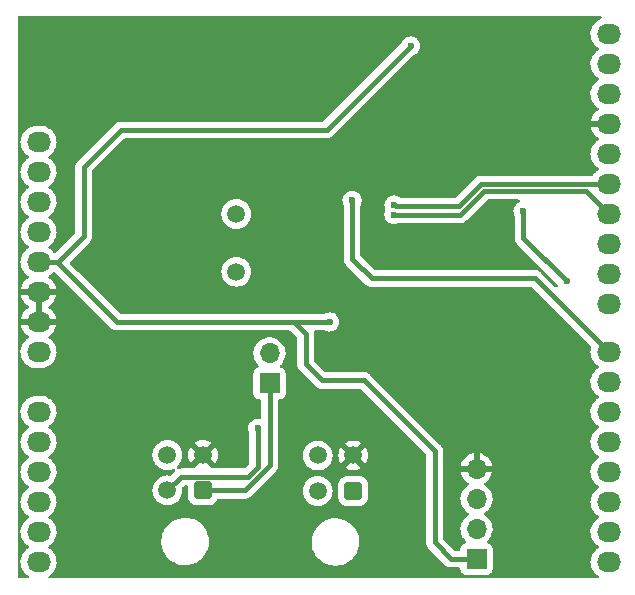
<source format=gbl>
G04 #@! TF.GenerationSoftware,KiCad,Pcbnew,6.0.2-378541a8eb~116~ubuntu18.04.1*
G04 #@! TF.CreationDate,2022-02-22T15:18:20+08:00*
G04 #@! TF.ProjectId,arduino_can_bus_shield,61726475-696e-46f5-9f63-616e5f627573,rev?*
G04 #@! TF.SameCoordinates,Original*
G04 #@! TF.FileFunction,Copper,L2,Bot*
G04 #@! TF.FilePolarity,Positive*
%FSLAX46Y46*%
G04 Gerber Fmt 4.6, Leading zero omitted, Abs format (unit mm)*
G04 Created by KiCad (PCBNEW 6.0.2-378541a8eb~116~ubuntu18.04.1) date 2022-02-22 15:18:20*
%MOMM*%
%LPD*%
G01*
G04 APERTURE LIST*
G04 Aperture macros list*
%AMRoundRect*
0 Rectangle with rounded corners*
0 $1 Rounding radius*
0 $2 $3 $4 $5 $6 $7 $8 $9 X,Y pos of 4 corners*
0 Add a 4 corners polygon primitive as box body*
4,1,4,$2,$3,$4,$5,$6,$7,$8,$9,$2,$3,0*
0 Add four circle primitives for the rounded corners*
1,1,$1+$1,$2,$3*
1,1,$1+$1,$4,$5*
1,1,$1+$1,$6,$7*
1,1,$1+$1,$8,$9*
0 Add four rect primitives between the rounded corners*
20,1,$1+$1,$2,$3,$4,$5,0*
20,1,$1+$1,$4,$5,$6,$7,0*
20,1,$1+$1,$6,$7,$8,$9,0*
20,1,$1+$1,$8,$9,$2,$3,0*%
G04 Aperture macros list end*
G04 #@! TA.AperFunction,ComponentPad*
%ADD10O,2.032000X1.727200*%
G04 #@! TD*
G04 #@! TA.AperFunction,ComponentPad*
%ADD11R,1.700000X1.700000*%
G04 #@! TD*
G04 #@! TA.AperFunction,ComponentPad*
%ADD12O,1.700000X1.700000*%
G04 #@! TD*
G04 #@! TA.AperFunction,ComponentPad*
%ADD13C,1.500000*%
G04 #@! TD*
G04 #@! TA.AperFunction,ComponentPad*
%ADD14RoundRect,0.250001X0.499999X0.499999X-0.499999X0.499999X-0.499999X-0.499999X0.499999X-0.499999X0*%
G04 #@! TD*
G04 #@! TA.AperFunction,ViaPad*
%ADD15C,0.600000*%
G04 #@! TD*
G04 #@! TA.AperFunction,Conductor*
%ADD16C,0.400000*%
G04 #@! TD*
G04 APERTURE END LIST*
D10*
X113792000Y-88011000D03*
X113792000Y-90551000D03*
X113792000Y-93091000D03*
X113792000Y-95631000D03*
X113792000Y-98171000D03*
X113792000Y-100711000D03*
X113792000Y-103251000D03*
X113792000Y-105791000D03*
X113792000Y-110871000D03*
X113792000Y-113411000D03*
X113792000Y-115951000D03*
X113792000Y-118491000D03*
X113792000Y-121031000D03*
X113792000Y-123571000D03*
X162052000Y-78867000D03*
X162052000Y-81407000D03*
X162052000Y-83947000D03*
X162052000Y-86487000D03*
X162052000Y-89027000D03*
X162052000Y-91567000D03*
X162052000Y-94107000D03*
X162052000Y-96647000D03*
X162052000Y-99187000D03*
X162052000Y-101727000D03*
X162052000Y-105791000D03*
X162052000Y-108331000D03*
X162052000Y-110871000D03*
X162052000Y-113411000D03*
X162052000Y-115951000D03*
X162052000Y-118491000D03*
X162052000Y-121031000D03*
X162052000Y-123571000D03*
D11*
X133350000Y-108458000D03*
D12*
X133350000Y-105918000D03*
D13*
X130534500Y-94107000D03*
X130534500Y-98987000D03*
D14*
X140438000Y-117557000D03*
D13*
X137438000Y-117557000D03*
X140438000Y-114557000D03*
X137438000Y-114557000D03*
D14*
X127705000Y-117514000D03*
D13*
X124705000Y-117514000D03*
X127705000Y-114514000D03*
X124705000Y-114514000D03*
D11*
X150876000Y-123317000D03*
D12*
X150876000Y-120777000D03*
X150876000Y-118237000D03*
X150876000Y-115697000D03*
D15*
X138430000Y-103251000D03*
X145288000Y-79883000D03*
X140335000Y-92964000D03*
X158496000Y-99822000D03*
X154813000Y-93853000D03*
X143891000Y-93345000D03*
X143888196Y-94159352D03*
X132334000Y-112268000D03*
D16*
X148717000Y-123317000D02*
X147320000Y-121920000D01*
X141351000Y-108204000D02*
X137795000Y-108204000D01*
X147320000Y-121920000D02*
X147320000Y-114173000D01*
X120777000Y-86995000D02*
X117602000Y-90170000D01*
X136398000Y-104267000D02*
X135382000Y-103251000D01*
X136398000Y-106807000D02*
X136398000Y-104267000D01*
X120396000Y-103251000D02*
X115316000Y-98171000D01*
X150876000Y-123317000D02*
X148717000Y-123317000D01*
X135382000Y-103251000D02*
X134366000Y-103251000D01*
X134366000Y-103251000D02*
X120396000Y-103251000D01*
X138176000Y-86995000D02*
X120777000Y-86995000D01*
X115443000Y-98171000D02*
X113792000Y-98171000D01*
X117602000Y-96012000D02*
X115443000Y-98171000D01*
X147320000Y-114173000D02*
X141351000Y-108204000D01*
X138430000Y-103251000D02*
X134366000Y-103251000D01*
X145288000Y-79883000D02*
X138176000Y-86995000D01*
X115316000Y-98171000D02*
X113792000Y-98171000D01*
X117602000Y-90170000D02*
X117602000Y-96012000D01*
X137795000Y-108204000D02*
X136398000Y-106807000D01*
X140335000Y-92964000D02*
X140335000Y-97917000D01*
X141986000Y-99568000D02*
X155829000Y-99568000D01*
X140335000Y-97917000D02*
X141986000Y-99568000D01*
X155829000Y-99568000D02*
X162052000Y-105791000D01*
X154813000Y-93853000D02*
X154813000Y-96139000D01*
X154813000Y-96139000D02*
X158496000Y-99822000D01*
X151257000Y-91567000D02*
X162052000Y-91567000D01*
X143891000Y-93345000D02*
X144018000Y-93472000D01*
X144018000Y-93472000D02*
X149352000Y-93472000D01*
X149352000Y-93472000D02*
X151257000Y-91567000D01*
X162052000Y-94107000D02*
X160111520Y-92166520D01*
X160111520Y-92166520D02*
X151505330Y-92166520D01*
X151505330Y-92166520D02*
X149512498Y-94159352D01*
X149512498Y-94159352D02*
X143888196Y-94159352D01*
X132334000Y-112268000D02*
X132334000Y-115570000D01*
X132334000Y-115570000D02*
X131539520Y-116364480D01*
X125854520Y-116364480D02*
X124705000Y-117514000D01*
X131539520Y-116364480D02*
X125854520Y-116364480D01*
X133350000Y-115401849D02*
X131237849Y-117514000D01*
X133350000Y-108458000D02*
X133350000Y-115401849D01*
X131237849Y-117514000D02*
X127705000Y-117514000D01*
G04 #@! TA.AperFunction,Conductor*
G36*
X161423586Y-77363002D02*
G01*
X161470079Y-77416658D01*
X161480183Y-77486932D01*
X161450689Y-77551512D01*
X161407216Y-77583882D01*
X161229887Y-77663762D01*
X161036728Y-77793804D01*
X160868242Y-77954532D01*
X160729246Y-78141350D01*
X160726830Y-78146102D01*
X160669090Y-78259669D01*
X160623714Y-78348916D01*
X160589189Y-78460106D01*
X160556247Y-78566193D01*
X160556246Y-78566199D01*
X160554663Y-78571296D01*
X160524068Y-78802132D01*
X160532803Y-79034822D01*
X160544566Y-79090881D01*
X160557078Y-79150512D01*
X160580620Y-79262713D01*
X160666150Y-79479290D01*
X160786949Y-79678359D01*
X160939561Y-79854230D01*
X160943687Y-79857613D01*
X160943691Y-79857617D01*
X161002354Y-79905717D01*
X161119624Y-80001872D01*
X161124260Y-80004511D01*
X161124263Y-80004513D01*
X161165252Y-80027845D01*
X161214558Y-80078927D01*
X161228420Y-80148558D01*
X161202437Y-80214629D01*
X161173287Y-80241867D01*
X161036728Y-80333804D01*
X161032871Y-80337483D01*
X161032869Y-80337485D01*
X160961066Y-80405982D01*
X160868242Y-80494532D01*
X160729246Y-80681350D01*
X160623714Y-80888916D01*
X160612636Y-80924593D01*
X160556247Y-81106193D01*
X160556246Y-81106199D01*
X160554663Y-81111296D01*
X160524068Y-81342132D01*
X160532803Y-81574822D01*
X160580620Y-81802713D01*
X160666150Y-82019290D01*
X160786949Y-82218359D01*
X160939561Y-82394230D01*
X160943687Y-82397613D01*
X160943691Y-82397617D01*
X161039915Y-82476515D01*
X161119624Y-82541872D01*
X161124260Y-82544511D01*
X161124263Y-82544513D01*
X161165252Y-82567845D01*
X161214558Y-82618927D01*
X161228420Y-82688558D01*
X161202437Y-82754629D01*
X161173287Y-82781867D01*
X161036728Y-82873804D01*
X160868242Y-83034532D01*
X160729246Y-83221350D01*
X160623714Y-83428916D01*
X160598198Y-83511091D01*
X160556247Y-83646193D01*
X160556246Y-83646199D01*
X160554663Y-83651296D01*
X160524068Y-83882132D01*
X160532803Y-84114822D01*
X160580620Y-84342713D01*
X160666150Y-84559290D01*
X160786949Y-84758359D01*
X160939561Y-84934230D01*
X160943687Y-84937613D01*
X160943691Y-84937617D01*
X161039915Y-85016515D01*
X161119624Y-85081872D01*
X161165739Y-85108122D01*
X161215044Y-85159202D01*
X161228906Y-85228832D01*
X161202923Y-85294904D01*
X161173773Y-85322143D01*
X161041470Y-85411215D01*
X161033184Y-85417876D01*
X160872480Y-85571180D01*
X160865431Y-85579148D01*
X160732856Y-85757336D01*
X160727257Y-85766366D01*
X160626598Y-85964347D01*
X160622595Y-85974208D01*
X160556737Y-86186301D01*
X160554452Y-86196696D01*
X160552020Y-86215041D01*
X160554217Y-86229208D01*
X160567401Y-86233000D01*
X162180000Y-86233000D01*
X162248121Y-86253002D01*
X162294614Y-86306658D01*
X162306000Y-86359000D01*
X162306000Y-86615000D01*
X162285998Y-86683121D01*
X162232342Y-86729614D01*
X162180000Y-86741000D01*
X160569512Y-86741000D01*
X160555981Y-86744973D01*
X160554456Y-86755580D01*
X160580004Y-86877343D01*
X160583064Y-86887539D01*
X160664637Y-87094097D01*
X160669371Y-87103634D01*
X160784586Y-87293503D01*
X160790850Y-87302093D01*
X160936411Y-87469837D01*
X160944041Y-87477257D01*
X161115780Y-87618073D01*
X161124551Y-87624102D01*
X161165715Y-87647533D01*
X161215022Y-87698615D01*
X161228884Y-87768245D01*
X161202901Y-87834316D01*
X161173751Y-87861555D01*
X161036728Y-87953804D01*
X161032871Y-87957483D01*
X161032869Y-87957485D01*
X160988350Y-87999954D01*
X160868242Y-88114532D01*
X160729246Y-88301350D01*
X160623714Y-88508916D01*
X160611902Y-88546958D01*
X160556247Y-88726193D01*
X160556246Y-88726199D01*
X160554663Y-88731296D01*
X160543198Y-88817799D01*
X160529193Y-88923468D01*
X160524068Y-88962132D01*
X160532803Y-89194822D01*
X160533898Y-89200040D01*
X160573789Y-89390155D01*
X160580620Y-89422713D01*
X160666150Y-89639290D01*
X160786949Y-89838359D01*
X160790446Y-89842389D01*
X160920713Y-89992509D01*
X160939561Y-90014230D01*
X160943687Y-90017613D01*
X160943691Y-90017617D01*
X161039915Y-90096515D01*
X161119624Y-90161872D01*
X161124260Y-90164511D01*
X161124263Y-90164513D01*
X161165252Y-90187845D01*
X161214558Y-90238927D01*
X161228420Y-90308558D01*
X161202437Y-90374629D01*
X161173287Y-90401867D01*
X161036728Y-90493804D01*
X161032871Y-90497483D01*
X161032869Y-90497485D01*
X160988350Y-90539954D01*
X160868242Y-90654532D01*
X160865054Y-90658817D01*
X160865053Y-90658818D01*
X160754272Y-90807713D01*
X160697562Y-90850426D01*
X160653183Y-90858500D01*
X151285927Y-90858500D01*
X151277358Y-90858208D01*
X151227225Y-90854790D01*
X151227221Y-90854790D01*
X151219648Y-90854274D01*
X151156681Y-90865264D01*
X151150169Y-90866224D01*
X151086758Y-90873898D01*
X151079657Y-90876581D01*
X151077048Y-90877222D01*
X151060715Y-90881691D01*
X151058195Y-90882452D01*
X151050717Y-90883757D01*
X151043765Y-90886809D01*
X151043764Y-90886809D01*
X150992204Y-90909441D01*
X150986099Y-90911932D01*
X150933456Y-90931825D01*
X150933452Y-90931827D01*
X150926344Y-90934513D01*
X150920083Y-90938816D01*
X150917717Y-90940053D01*
X150902937Y-90948280D01*
X150900652Y-90949631D01*
X150893695Y-90952685D01*
X150887675Y-90957305D01*
X150887669Y-90957308D01*
X150856542Y-90981194D01*
X150842998Y-90991587D01*
X150837668Y-90995459D01*
X150791280Y-91027339D01*
X150791275Y-91027344D01*
X150785019Y-91031643D01*
X150779968Y-91037313D01*
X150779966Y-91037314D01*
X150743565Y-91078170D01*
X150738584Y-91083446D01*
X149095435Y-92726595D01*
X149033123Y-92760621D01*
X149006340Y-92763500D01*
X144505480Y-92763500D01*
X144437359Y-92743498D01*
X144416074Y-92726284D01*
X144405777Y-92715915D01*
X144400815Y-92710918D01*
X144389697Y-92703862D01*
X144294070Y-92643176D01*
X144247666Y-92613727D01*
X144198759Y-92596312D01*
X144083425Y-92555243D01*
X144083420Y-92555242D01*
X144076790Y-92552881D01*
X144069802Y-92552048D01*
X144069799Y-92552047D01*
X143946698Y-92537368D01*
X143896680Y-92531404D01*
X143889677Y-92532140D01*
X143889676Y-92532140D01*
X143723288Y-92549628D01*
X143723286Y-92549629D01*
X143716288Y-92550364D01*
X143544579Y-92608818D01*
X143493575Y-92640196D01*
X143396095Y-92700166D01*
X143396092Y-92700168D01*
X143390088Y-92703862D01*
X143385053Y-92708793D01*
X143385050Y-92708795D01*
X143265525Y-92825843D01*
X143260493Y-92830771D01*
X143162235Y-92983238D01*
X143159826Y-92989858D01*
X143159824Y-92989861D01*
X143105235Y-93139844D01*
X143100197Y-93153685D01*
X143077463Y-93333640D01*
X143095163Y-93514160D01*
X143152418Y-93686273D01*
X143156066Y-93692297D01*
X143157987Y-93696454D01*
X143168403Y-93766682D01*
X143158914Y-93797402D01*
X143159431Y-93797590D01*
X143097393Y-93968037D01*
X143074659Y-94147992D01*
X143092359Y-94328512D01*
X143149614Y-94500625D01*
X143153261Y-94506647D01*
X143153262Y-94506649D01*
X143235782Y-94642906D01*
X143243576Y-94655776D01*
X143248465Y-94660839D01*
X143248466Y-94660840D01*
X143304179Y-94718532D01*
X143369578Y-94786254D01*
X143412616Y-94814417D01*
X143483078Y-94860526D01*
X143521355Y-94885574D01*
X143527959Y-94888030D01*
X143527961Y-94888031D01*
X143684754Y-94946342D01*
X143684756Y-94946342D01*
X143691364Y-94948800D01*
X143775191Y-94959985D01*
X143864176Y-94971859D01*
X143864180Y-94971859D01*
X143871157Y-94972790D01*
X143878168Y-94972152D01*
X143878172Y-94972152D01*
X144020655Y-94959184D01*
X144051796Y-94956350D01*
X144058498Y-94954172D01*
X144058500Y-94954172D01*
X144217605Y-94902476D01*
X144217608Y-94902475D01*
X144224304Y-94900299D01*
X144248923Y-94885623D01*
X144313441Y-94867852D01*
X149483586Y-94867852D01*
X149492156Y-94868144D01*
X149542274Y-94871561D01*
X149542278Y-94871561D01*
X149549850Y-94872077D01*
X149557327Y-94870772D01*
X149557328Y-94870772D01*
X149583806Y-94866151D01*
X149612801Y-94861090D01*
X149619319Y-94860129D01*
X149682740Y-94852454D01*
X149689841Y-94849771D01*
X149692450Y-94849130D01*
X149708760Y-94844667D01*
X149711296Y-94843902D01*
X149718782Y-94842595D01*
X149777298Y-94816908D01*
X149783402Y-94814417D01*
X149836046Y-94794525D01*
X149836047Y-94794524D01*
X149843154Y-94791839D01*
X149849417Y-94787535D01*
X149851783Y-94786298D01*
X149866595Y-94778053D01*
X149868849Y-94776720D01*
X149875803Y-94773667D01*
X149926500Y-94734765D01*
X149931830Y-94730893D01*
X149978218Y-94699013D01*
X149978223Y-94699008D01*
X149984479Y-94694709D01*
X150025934Y-94648181D01*
X150030914Y-94642906D01*
X151761895Y-92911925D01*
X151824207Y-92877899D01*
X151850990Y-92875020D01*
X154418579Y-92875020D01*
X154486700Y-92895022D01*
X154533193Y-92948678D01*
X154543297Y-93018952D01*
X154513803Y-93083532D01*
X154472548Y-93114786D01*
X154466579Y-93116818D01*
X154417412Y-93147066D01*
X154318095Y-93208166D01*
X154318092Y-93208168D01*
X154312088Y-93211862D01*
X154307053Y-93216793D01*
X154307050Y-93216795D01*
X154187525Y-93333843D01*
X154182493Y-93338771D01*
X154084235Y-93491238D01*
X154081826Y-93497858D01*
X154081824Y-93497861D01*
X154039300Y-93614694D01*
X154022197Y-93661685D01*
X153999463Y-93841640D01*
X154017163Y-94022160D01*
X154074418Y-94194273D01*
X154078065Y-94200296D01*
X154078066Y-94200297D01*
X154086276Y-94213853D01*
X154104500Y-94279124D01*
X154104500Y-96110088D01*
X154104208Y-96118658D01*
X154101810Y-96153842D01*
X154100275Y-96176352D01*
X154110049Y-96232352D01*
X154111261Y-96239299D01*
X154112223Y-96245821D01*
X154119898Y-96309242D01*
X154122581Y-96316343D01*
X154123222Y-96318952D01*
X154127685Y-96335262D01*
X154128450Y-96337798D01*
X154129757Y-96345284D01*
X154148374Y-96387693D01*
X154155442Y-96403795D01*
X154157933Y-96409899D01*
X154180513Y-96469656D01*
X154184817Y-96475919D01*
X154186054Y-96478285D01*
X154194299Y-96493097D01*
X154195632Y-96495351D01*
X154198685Y-96502305D01*
X154230272Y-96543468D01*
X154237579Y-96552991D01*
X154241459Y-96558332D01*
X154273339Y-96604720D01*
X154273344Y-96604725D01*
X154277643Y-96610981D01*
X154283313Y-96616032D01*
X154283314Y-96616034D01*
X154324170Y-96652435D01*
X154329446Y-96657416D01*
X157697532Y-100025502D01*
X157727994Y-100074824D01*
X157737286Y-100102755D01*
X157754255Y-100153765D01*
X157756778Y-100224717D01*
X157720541Y-100285769D01*
X157657049Y-100317539D01*
X157586461Y-100309938D01*
X157545602Y-100282632D01*
X156350450Y-99087480D01*
X156344596Y-99081215D01*
X156319731Y-99052712D01*
X156306561Y-99037615D01*
X156254280Y-99000871D01*
X156248986Y-98996939D01*
X156204693Y-98962209D01*
X156198718Y-98957524D01*
X156191802Y-98954401D01*
X156189516Y-98953017D01*
X156174835Y-98944643D01*
X156172475Y-98943378D01*
X156166261Y-98939010D01*
X156159182Y-98936250D01*
X156159180Y-98936249D01*
X156106725Y-98915798D01*
X156100656Y-98913247D01*
X156042427Y-98886955D01*
X156034960Y-98885571D01*
X156032405Y-98884770D01*
X156016152Y-98880141D01*
X156013572Y-98879478D01*
X156006491Y-98876718D01*
X155998960Y-98875727D01*
X155998958Y-98875726D01*
X155969339Y-98871827D01*
X155943139Y-98868378D01*
X155936641Y-98867348D01*
X155873814Y-98855704D01*
X155866234Y-98856141D01*
X155866233Y-98856141D01*
X155811608Y-98859291D01*
X155804354Y-98859500D01*
X142331661Y-98859500D01*
X142263540Y-98839498D01*
X142242566Y-98822595D01*
X141080405Y-97660435D01*
X141046380Y-97598123D01*
X141043500Y-97571340D01*
X141043500Y-93394132D01*
X141056983Y-93338400D01*
X141058643Y-93335902D01*
X141072482Y-93299473D01*
X141120555Y-93172920D01*
X141120556Y-93172918D01*
X141123055Y-93166338D01*
X141124035Y-93159366D01*
X141147748Y-92990639D01*
X141147748Y-92990636D01*
X141148299Y-92986717D01*
X141148503Y-92972128D01*
X141148561Y-92967962D01*
X141148561Y-92967957D01*
X141148616Y-92964000D01*
X141128397Y-92783745D01*
X141126080Y-92777091D01*
X141071064Y-92619106D01*
X141071062Y-92619103D01*
X141068745Y-92612448D01*
X141018625Y-92532238D01*
X140976359Y-92464598D01*
X140972626Y-92458624D01*
X140880001Y-92365350D01*
X140849778Y-92334915D01*
X140849774Y-92334912D01*
X140844815Y-92329918D01*
X140833697Y-92322862D01*
X140765591Y-92279641D01*
X140691666Y-92232727D01*
X140662463Y-92222328D01*
X140527425Y-92174243D01*
X140527420Y-92174242D01*
X140520790Y-92171881D01*
X140513802Y-92171048D01*
X140513799Y-92171047D01*
X140390698Y-92156368D01*
X140340680Y-92150404D01*
X140333677Y-92151140D01*
X140333676Y-92151140D01*
X140167288Y-92168628D01*
X140167286Y-92168629D01*
X140160288Y-92169364D01*
X139988579Y-92227818D01*
X139982575Y-92231512D01*
X139840095Y-92319166D01*
X139840092Y-92319168D01*
X139834088Y-92322862D01*
X139829053Y-92327793D01*
X139829050Y-92327795D01*
X139785848Y-92370102D01*
X139704493Y-92449771D01*
X139606235Y-92602238D01*
X139603826Y-92608858D01*
X139603824Y-92608861D01*
X139560972Y-92726595D01*
X139544197Y-92772685D01*
X139521463Y-92952640D01*
X139539163Y-93133160D01*
X139596418Y-93305273D01*
X139600065Y-93311296D01*
X139600066Y-93311297D01*
X139608276Y-93324853D01*
X139626500Y-93390124D01*
X139626500Y-97888088D01*
X139626208Y-97896658D01*
X139624838Y-97916762D01*
X139622275Y-97954352D01*
X139623580Y-97961829D01*
X139623580Y-97961830D01*
X139633261Y-98017299D01*
X139634223Y-98023821D01*
X139641898Y-98087242D01*
X139644581Y-98094343D01*
X139645222Y-98096952D01*
X139649685Y-98113262D01*
X139650450Y-98115798D01*
X139651757Y-98123284D01*
X139654811Y-98130241D01*
X139677442Y-98181795D01*
X139679933Y-98187899D01*
X139702513Y-98247656D01*
X139706817Y-98253919D01*
X139708054Y-98256285D01*
X139716299Y-98271097D01*
X139717632Y-98273351D01*
X139720685Y-98280305D01*
X139753904Y-98323595D01*
X139759579Y-98330991D01*
X139763459Y-98336332D01*
X139795339Y-98382720D01*
X139795344Y-98382725D01*
X139799643Y-98388981D01*
X139805313Y-98394032D01*
X139805314Y-98394034D01*
X139846170Y-98430435D01*
X139851446Y-98435416D01*
X141464550Y-100048520D01*
X141470404Y-100054785D01*
X141508439Y-100098385D01*
X141514657Y-100102755D01*
X141560697Y-100135112D01*
X141565993Y-100139045D01*
X141616282Y-100178477D01*
X141623204Y-100181602D01*
X141625452Y-100182964D01*
X141640185Y-100191368D01*
X141642524Y-100192622D01*
X141648739Y-100196990D01*
X141655815Y-100199749D01*
X141655819Y-100199751D01*
X141708274Y-100220202D01*
X141714352Y-100222757D01*
X141772574Y-100249045D01*
X141780045Y-100250429D01*
X141782599Y-100251230D01*
X141798878Y-100255867D01*
X141801433Y-100256523D01*
X141808509Y-100259282D01*
X141836962Y-100263028D01*
X141871851Y-100267621D01*
X141878367Y-100268653D01*
X141920706Y-100276500D01*
X141941187Y-100280296D01*
X141948767Y-100279859D01*
X141948768Y-100279859D01*
X142003398Y-100276709D01*
X142010651Y-100276500D01*
X155483340Y-100276500D01*
X155551461Y-100296502D01*
X155572435Y-100313405D01*
X160548172Y-105289142D01*
X160582198Y-105351454D01*
X160579409Y-105415602D01*
X160554663Y-105495296D01*
X160553962Y-105500585D01*
X160528812Y-105690342D01*
X160524068Y-105726132D01*
X160524268Y-105731462D01*
X160524268Y-105731463D01*
X160524689Y-105742669D01*
X160532803Y-105958822D01*
X160580620Y-106186713D01*
X160666150Y-106403290D01*
X160786949Y-106602359D01*
X160790446Y-106606389D01*
X160895098Y-106726990D01*
X160939561Y-106778230D01*
X160943687Y-106781613D01*
X160943691Y-106781617D01*
X161010963Y-106836776D01*
X161119624Y-106925872D01*
X161124260Y-106928511D01*
X161124263Y-106928513D01*
X161165252Y-106951845D01*
X161214558Y-107002927D01*
X161228420Y-107072558D01*
X161202437Y-107138629D01*
X161173287Y-107165867D01*
X161036728Y-107257804D01*
X161032871Y-107261483D01*
X161032869Y-107261485D01*
X160950163Y-107340383D01*
X160868242Y-107418532D01*
X160729246Y-107605350D01*
X160623714Y-107812916D01*
X160589188Y-107924106D01*
X160556247Y-108030193D01*
X160556246Y-108030199D01*
X160554663Y-108035296D01*
X160524068Y-108266132D01*
X160532803Y-108498822D01*
X160533898Y-108504040D01*
X160571769Y-108684528D01*
X160580620Y-108726713D01*
X160666150Y-108943290D01*
X160786949Y-109142359D01*
X160939561Y-109318230D01*
X160943687Y-109321613D01*
X160943691Y-109321617D01*
X160981621Y-109352717D01*
X161119624Y-109465872D01*
X161124260Y-109468511D01*
X161124263Y-109468513D01*
X161165252Y-109491845D01*
X161214558Y-109542927D01*
X161228420Y-109612558D01*
X161202437Y-109678629D01*
X161173287Y-109705867D01*
X161036728Y-109797804D01*
X161032871Y-109801483D01*
X161032869Y-109801485D01*
X161005194Y-109827886D01*
X160868242Y-109958532D01*
X160729246Y-110145350D01*
X160623714Y-110352916D01*
X160589189Y-110464106D01*
X160556247Y-110570193D01*
X160556246Y-110570199D01*
X160554663Y-110575296D01*
X160524068Y-110806132D01*
X160524268Y-110811462D01*
X160524268Y-110811463D01*
X160524689Y-110822669D01*
X160532803Y-111038822D01*
X160580620Y-111266713D01*
X160666150Y-111483290D01*
X160786949Y-111682359D01*
X160790446Y-111686389D01*
X160854056Y-111759693D01*
X160939561Y-111858230D01*
X160943687Y-111861613D01*
X160943691Y-111861617D01*
X161039915Y-111940515D01*
X161119624Y-112005872D01*
X161124260Y-112008511D01*
X161124263Y-112008513D01*
X161165252Y-112031845D01*
X161214558Y-112082927D01*
X161228420Y-112152558D01*
X161202437Y-112218629D01*
X161173287Y-112245867D01*
X161146869Y-112263653D01*
X161036728Y-112337804D01*
X160868242Y-112498532D01*
X160729246Y-112685350D01*
X160623714Y-112892916D01*
X160589189Y-113004106D01*
X160556247Y-113110193D01*
X160556246Y-113110199D01*
X160554663Y-113115296D01*
X160553962Y-113120588D01*
X160526312Y-113329205D01*
X160524068Y-113346132D01*
X160524268Y-113351462D01*
X160524268Y-113351463D01*
X160526752Y-113417619D01*
X160532803Y-113578822D01*
X160534991Y-113589251D01*
X160570611Y-113759009D01*
X160580620Y-113806713D01*
X160666150Y-114023290D01*
X160786949Y-114222359D01*
X160790446Y-114226389D01*
X160924853Y-114381280D01*
X160939561Y-114398230D01*
X160943687Y-114401613D01*
X160943691Y-114401617D01*
X160989542Y-114439212D01*
X161119624Y-114545872D01*
X161124260Y-114548511D01*
X161124263Y-114548513D01*
X161165252Y-114571845D01*
X161214558Y-114622927D01*
X161228420Y-114692558D01*
X161202437Y-114758629D01*
X161173287Y-114785867D01*
X161036728Y-114877804D01*
X160868242Y-115038532D01*
X160729246Y-115225350D01*
X160623714Y-115432916D01*
X160609761Y-115477852D01*
X160556247Y-115650193D01*
X160556246Y-115650199D01*
X160554663Y-115655296D01*
X160543089Y-115742622D01*
X160525099Y-115878356D01*
X160524068Y-115886132D01*
X160524268Y-115891462D01*
X160524268Y-115891463D01*
X160524689Y-115902669D01*
X160532803Y-116118822D01*
X160533898Y-116124040D01*
X160576459Y-116326880D01*
X160580620Y-116346713D01*
X160666150Y-116563290D01*
X160786949Y-116762359D01*
X160790446Y-116766389D01*
X160928382Y-116925347D01*
X160939561Y-116938230D01*
X160943687Y-116941613D01*
X160943691Y-116941617D01*
X161039915Y-117020515D01*
X161119624Y-117085872D01*
X161124260Y-117088511D01*
X161124263Y-117088513D01*
X161165252Y-117111845D01*
X161214558Y-117162927D01*
X161228420Y-117232558D01*
X161202437Y-117298629D01*
X161173287Y-117325867D01*
X161147681Y-117343106D01*
X161036728Y-117417804D01*
X160868242Y-117578532D01*
X160729246Y-117765350D01*
X160623714Y-117972916D01*
X160598642Y-118053661D01*
X160556247Y-118190193D01*
X160556246Y-118190199D01*
X160554663Y-118195296D01*
X160549580Y-118233646D01*
X160533744Y-118353131D01*
X160524068Y-118426132D01*
X160524268Y-118431462D01*
X160524268Y-118431463D01*
X160526559Y-118492483D01*
X160532803Y-118658822D01*
X160541977Y-118702543D01*
X160563525Y-118805238D01*
X160580620Y-118886713D01*
X160666150Y-119103290D01*
X160786949Y-119302359D01*
X160790446Y-119306389D01*
X160929242Y-119466338D01*
X160939561Y-119478230D01*
X160943687Y-119481613D01*
X160943691Y-119481617D01*
X161007136Y-119533638D01*
X161119624Y-119625872D01*
X161124260Y-119628511D01*
X161124263Y-119628513D01*
X161165252Y-119651845D01*
X161214558Y-119702927D01*
X161228420Y-119772558D01*
X161202437Y-119838629D01*
X161173287Y-119865867D01*
X161036728Y-119957804D01*
X160868242Y-120118532D01*
X160729246Y-120305350D01*
X160715211Y-120332954D01*
X160638562Y-120483713D01*
X160623714Y-120512916D01*
X160599421Y-120591152D01*
X160556247Y-120730193D01*
X160556246Y-120730199D01*
X160554663Y-120735296D01*
X160524068Y-120966132D01*
X160524268Y-120971462D01*
X160524268Y-120971463D01*
X160524689Y-120982669D01*
X160532803Y-121198822D01*
X160535531Y-121211824D01*
X160573806Y-121394236D01*
X160580620Y-121426713D01*
X160666150Y-121643290D01*
X160786949Y-121842359D01*
X160790446Y-121846389D01*
X160935225Y-122013233D01*
X160939561Y-122018230D01*
X160943687Y-122021613D01*
X160943691Y-122021617D01*
X161018628Y-122083061D01*
X161119624Y-122165872D01*
X161124260Y-122168511D01*
X161124263Y-122168513D01*
X161165252Y-122191845D01*
X161214558Y-122242927D01*
X161228420Y-122312558D01*
X161202437Y-122378629D01*
X161173287Y-122405867D01*
X161036728Y-122497804D01*
X161032871Y-122501483D01*
X161032869Y-122501485D01*
X160959375Y-122571595D01*
X160868242Y-122658532D01*
X160729246Y-122845350D01*
X160623714Y-123052916D01*
X160618433Y-123069925D01*
X160556247Y-123270193D01*
X160556246Y-123270199D01*
X160554663Y-123275296D01*
X160553962Y-123280588D01*
X160529492Y-123465211D01*
X160524068Y-123506132D01*
X160524268Y-123511462D01*
X160524268Y-123511463D01*
X160527086Y-123586530D01*
X160532803Y-123738822D01*
X160546483Y-123804019D01*
X160571405Y-123922793D01*
X160580620Y-123966713D01*
X160666150Y-124183290D01*
X160786949Y-124382359D01*
X160790446Y-124386389D01*
X160934236Y-124552093D01*
X160939561Y-124558230D01*
X160943687Y-124561613D01*
X160943691Y-124561617D01*
X161039915Y-124640515D01*
X161119624Y-124705872D01*
X161124260Y-124708511D01*
X161124263Y-124708513D01*
X161166399Y-124732498D01*
X161215706Y-124783581D01*
X161229567Y-124853211D01*
X161203584Y-124919282D01*
X161146004Y-124960816D01*
X161104067Y-124968000D01*
X114739079Y-124968000D01*
X114670958Y-124947998D01*
X114624465Y-124894342D01*
X114614361Y-124824068D01*
X114643855Y-124759488D01*
X114668712Y-124737480D01*
X114761322Y-124675131D01*
X114807272Y-124644196D01*
X114975758Y-124483468D01*
X115114754Y-124296650D01*
X115197526Y-124133850D01*
X115217867Y-124093842D01*
X115217867Y-124093841D01*
X115220286Y-124089084D01*
X115254812Y-123977894D01*
X115287753Y-123871807D01*
X115287754Y-123871801D01*
X115289337Y-123866704D01*
X115316051Y-123665151D01*
X115319232Y-123641152D01*
X115319232Y-123641148D01*
X115319932Y-123635868D01*
X115311197Y-123403178D01*
X115272922Y-123220764D01*
X115264477Y-123180514D01*
X115264476Y-123180511D01*
X115263380Y-123175287D01*
X115177850Y-122958710D01*
X115057051Y-122759641D01*
X115053554Y-122755611D01*
X114907939Y-122587803D01*
X114907937Y-122587801D01*
X114904439Y-122583770D01*
X114900313Y-122580387D01*
X114900309Y-122580383D01*
X114748826Y-122456176D01*
X114724376Y-122436128D01*
X114719740Y-122433489D01*
X114719737Y-122433487D01*
X114678748Y-122410155D01*
X114629442Y-122359073D01*
X114615580Y-122289442D01*
X114641563Y-122223371D01*
X114670713Y-122196133D01*
X114722842Y-122161037D01*
X114807272Y-122104196D01*
X114829804Y-122082702D01*
X114967196Y-121951636D01*
X114975758Y-121943468D01*
X115109484Y-121763733D01*
X124192822Y-121763733D01*
X124192975Y-121768121D01*
X124192975Y-121768127D01*
X124201833Y-122021771D01*
X124202625Y-122044458D01*
X124203387Y-122048781D01*
X124203388Y-122048788D01*
X124227164Y-122183624D01*
X124251402Y-122321087D01*
X124338203Y-122588235D01*
X124340131Y-122592188D01*
X124340133Y-122592193D01*
X124361106Y-122635193D01*
X124461340Y-122840702D01*
X124463795Y-122844341D01*
X124463798Y-122844347D01*
X124492802Y-122887347D01*
X124618415Y-123073576D01*
X124621360Y-123076847D01*
X124621361Y-123076848D01*
X124705521Y-123170317D01*
X124806371Y-123282322D01*
X125021550Y-123462879D01*
X125259764Y-123611731D01*
X125516375Y-123725982D01*
X125520603Y-123727194D01*
X125520602Y-123727194D01*
X125776507Y-123800573D01*
X125786390Y-123803407D01*
X125790740Y-123804018D01*
X125790743Y-123804019D01*
X125856939Y-123813322D01*
X126064552Y-123842500D01*
X126275146Y-123842500D01*
X126277332Y-123842347D01*
X126277336Y-123842347D01*
X126480827Y-123828118D01*
X126480832Y-123828117D01*
X126485212Y-123827811D01*
X126759970Y-123769409D01*
X126764099Y-123767906D01*
X126764103Y-123767905D01*
X127019781Y-123674846D01*
X127019785Y-123674844D01*
X127023926Y-123673337D01*
X127271942Y-123541464D01*
X127295352Y-123524456D01*
X127495629Y-123378947D01*
X127495632Y-123378944D01*
X127499192Y-123376358D01*
X127701252Y-123181231D01*
X127843570Y-122999071D01*
X127871481Y-122963347D01*
X127871482Y-122963346D01*
X127874188Y-122959882D01*
X127876384Y-122956078D01*
X127876389Y-122956071D01*
X128012435Y-122720431D01*
X128014636Y-122716619D01*
X128119862Y-122456176D01*
X128125532Y-122433435D01*
X128186753Y-122187893D01*
X128186754Y-122187888D01*
X128187817Y-122183624D01*
X128189406Y-122168513D01*
X128216719Y-121908636D01*
X128216719Y-121908633D01*
X128217178Y-121904267D01*
X128217017Y-121899658D01*
X128213772Y-121806733D01*
X136925822Y-121806733D01*
X136925975Y-121811121D01*
X136925975Y-121811127D01*
X136935459Y-122082702D01*
X136935625Y-122087458D01*
X136936387Y-122091781D01*
X136936388Y-122091788D01*
X136959590Y-122223371D01*
X136984402Y-122364087D01*
X137071203Y-122631235D01*
X137073131Y-122635188D01*
X137073133Y-122635193D01*
X137086606Y-122662816D01*
X137194340Y-122883702D01*
X137196795Y-122887341D01*
X137196798Y-122887347D01*
X137243153Y-122956071D01*
X137351415Y-123116576D01*
X137539371Y-123325322D01*
X137754550Y-123505879D01*
X137992764Y-123654731D01*
X138126484Y-123714267D01*
X138193355Y-123744040D01*
X138249375Y-123768982D01*
X138359547Y-123800573D01*
X138505765Y-123842500D01*
X138519390Y-123846407D01*
X138523740Y-123847018D01*
X138523743Y-123847019D01*
X138626156Y-123861412D01*
X138797552Y-123885500D01*
X139008146Y-123885500D01*
X139010332Y-123885347D01*
X139010336Y-123885347D01*
X139213827Y-123871118D01*
X139213832Y-123871117D01*
X139218212Y-123870811D01*
X139492970Y-123812409D01*
X139497099Y-123810906D01*
X139497103Y-123810905D01*
X139752781Y-123717846D01*
X139752785Y-123717844D01*
X139756926Y-123716337D01*
X140004942Y-123584464D01*
X140009150Y-123581407D01*
X140228629Y-123421947D01*
X140228632Y-123421944D01*
X140232192Y-123419358D01*
X140243427Y-123408509D01*
X140374097Y-123282322D01*
X140434252Y-123224231D01*
X140607188Y-123002882D01*
X140609384Y-122999078D01*
X140609389Y-122999071D01*
X140723206Y-122801933D01*
X140747636Y-122759619D01*
X140852862Y-122499176D01*
X140873733Y-122415469D01*
X140919753Y-122230893D01*
X140919754Y-122230888D01*
X140920817Y-122226624D01*
X140921483Y-122220295D01*
X140949719Y-121951636D01*
X140949719Y-121951633D01*
X140950178Y-121947267D01*
X140949896Y-121939184D01*
X140940529Y-121670939D01*
X140940528Y-121670933D01*
X140940375Y-121666542D01*
X140933569Y-121627939D01*
X140892360Y-121394236D01*
X140891598Y-121389913D01*
X140804797Y-121122765D01*
X140799955Y-121112836D01*
X140736467Y-120982669D01*
X140681660Y-120870298D01*
X140679205Y-120866659D01*
X140679202Y-120866653D01*
X140574839Y-120711929D01*
X140524585Y-120637424D01*
X140482922Y-120591152D01*
X140339566Y-120431940D01*
X140336629Y-120428678D01*
X140330672Y-120423679D01*
X140189653Y-120305350D01*
X140121450Y-120248121D01*
X139883236Y-120099269D01*
X139626625Y-119985018D01*
X139411774Y-119923411D01*
X139360837Y-119908805D01*
X139360836Y-119908805D01*
X139356610Y-119907593D01*
X139352260Y-119906982D01*
X139352257Y-119906981D01*
X139249310Y-119892513D01*
X139078448Y-119868500D01*
X138867854Y-119868500D01*
X138865668Y-119868653D01*
X138865664Y-119868653D01*
X138662173Y-119882882D01*
X138662168Y-119882883D01*
X138657788Y-119883189D01*
X138383030Y-119941591D01*
X138378901Y-119943094D01*
X138378897Y-119943095D01*
X138123219Y-120036154D01*
X138123215Y-120036156D01*
X138119074Y-120037663D01*
X137871058Y-120169536D01*
X137867499Y-120172122D01*
X137867497Y-120172123D01*
X137675940Y-120311297D01*
X137643808Y-120334642D01*
X137441748Y-120529769D01*
X137268812Y-120751118D01*
X137266616Y-120754922D01*
X137266611Y-120754929D01*
X137183982Y-120898048D01*
X137128364Y-120994381D01*
X137023138Y-121254824D01*
X137022073Y-121259097D01*
X137022072Y-121259099D01*
X136964814Y-121488749D01*
X136955183Y-121527376D01*
X136954724Y-121531744D01*
X136954723Y-121531749D01*
X136927222Y-121793408D01*
X136925822Y-121806733D01*
X128213772Y-121806733D01*
X128207529Y-121627939D01*
X128207528Y-121627933D01*
X128207375Y-121623542D01*
X128198700Y-121574340D01*
X128159360Y-121351236D01*
X128158598Y-121346913D01*
X128071797Y-121079765D01*
X128067046Y-121070023D01*
X127971560Y-120874250D01*
X127948660Y-120827298D01*
X127946205Y-120823659D01*
X127946202Y-120823653D01*
X127822673Y-120640514D01*
X127791585Y-120594424D01*
X127603629Y-120385678D01*
X127388450Y-120205121D01*
X127150236Y-120056269D01*
X126970376Y-119976190D01*
X126897639Y-119943805D01*
X126897637Y-119943804D01*
X126893625Y-119942018D01*
X126724376Y-119893487D01*
X126627837Y-119865805D01*
X126627836Y-119865805D01*
X126623610Y-119864593D01*
X126619260Y-119863982D01*
X126619257Y-119863981D01*
X126516310Y-119849513D01*
X126345448Y-119825500D01*
X126134854Y-119825500D01*
X126132668Y-119825653D01*
X126132664Y-119825653D01*
X125929173Y-119839882D01*
X125929168Y-119839883D01*
X125924788Y-119840189D01*
X125650030Y-119898591D01*
X125645901Y-119900094D01*
X125645897Y-119900095D01*
X125390219Y-119993154D01*
X125390215Y-119993156D01*
X125386074Y-119994663D01*
X125138058Y-120126536D01*
X125134499Y-120129122D01*
X125134497Y-120129123D01*
X124970710Y-120248121D01*
X124910808Y-120291642D01*
X124907644Y-120294698D01*
X124907641Y-120294700D01*
X124863111Y-120337702D01*
X124708748Y-120486769D01*
X124535812Y-120708118D01*
X124533616Y-120711922D01*
X124533611Y-120711929D01*
X124426156Y-120898048D01*
X124395364Y-120951381D01*
X124290138Y-121211824D01*
X124289073Y-121216097D01*
X124289072Y-121216099D01*
X124224661Y-121474438D01*
X124222183Y-121484376D01*
X124221724Y-121488744D01*
X124221723Y-121488749D01*
X124193566Y-121756650D01*
X124192822Y-121763733D01*
X115109484Y-121763733D01*
X115114754Y-121756650D01*
X115203506Y-121582088D01*
X115217867Y-121553842D01*
X115217867Y-121553841D01*
X115220286Y-121549084D01*
X115270668Y-121386829D01*
X115287753Y-121331807D01*
X115287754Y-121331801D01*
X115289337Y-121326704D01*
X115317683Y-121112836D01*
X115319232Y-121101152D01*
X115319232Y-121101148D01*
X115319932Y-121095868D01*
X115319104Y-121073796D01*
X115311397Y-120868509D01*
X115311197Y-120863178D01*
X115287684Y-120751118D01*
X115264477Y-120640514D01*
X115264476Y-120640511D01*
X115263380Y-120635287D01*
X115177850Y-120418710D01*
X115057051Y-120219641D01*
X115015817Y-120172123D01*
X114907939Y-120047803D01*
X114907937Y-120047801D01*
X114904439Y-120043770D01*
X114900313Y-120040387D01*
X114900309Y-120040383D01*
X114739837Y-119908805D01*
X114724376Y-119896128D01*
X114719740Y-119893489D01*
X114719737Y-119893487D01*
X114678748Y-119870155D01*
X114629442Y-119819073D01*
X114615580Y-119749442D01*
X114641563Y-119683371D01*
X114670713Y-119656133D01*
X114728799Y-119617027D01*
X114807272Y-119564196D01*
X114975758Y-119403468D01*
X115114754Y-119216650D01*
X115203506Y-119042088D01*
X115217867Y-119013842D01*
X115217867Y-119013841D01*
X115220286Y-119009084D01*
X115280396Y-118815500D01*
X115287753Y-118791807D01*
X115287754Y-118791801D01*
X115289337Y-118786704D01*
X115313116Y-118607296D01*
X115319232Y-118561152D01*
X115319232Y-118561148D01*
X115319932Y-118555868D01*
X115318883Y-118527908D01*
X115313422Y-118382453D01*
X115311197Y-118323178D01*
X115287840Y-118211861D01*
X115264477Y-118100514D01*
X115264476Y-118100511D01*
X115263380Y-118095287D01*
X115177850Y-117878710D01*
X115057051Y-117679641D01*
X114985851Y-117597590D01*
X114913316Y-117514000D01*
X123441693Y-117514000D01*
X123460885Y-117733371D01*
X123517880Y-117946076D01*
X123537931Y-117989076D01*
X123608618Y-118140666D01*
X123608621Y-118140671D01*
X123610944Y-118145653D01*
X123614100Y-118150160D01*
X123614101Y-118150162D01*
X123731595Y-118317960D01*
X123737251Y-118326038D01*
X123892962Y-118481749D01*
X123897471Y-118484906D01*
X123897473Y-118484908D01*
X123953405Y-118524072D01*
X124073346Y-118608056D01*
X124272924Y-118701120D01*
X124485629Y-118758115D01*
X124705000Y-118777307D01*
X124924371Y-118758115D01*
X125137076Y-118701120D01*
X125336654Y-118608056D01*
X125456595Y-118524072D01*
X125512527Y-118484908D01*
X125512529Y-118484906D01*
X125517038Y-118481749D01*
X125672749Y-118326038D01*
X125678406Y-118317960D01*
X125795899Y-118150162D01*
X125795900Y-118150160D01*
X125799056Y-118145653D01*
X125801379Y-118140671D01*
X125801382Y-118140666D01*
X125872069Y-117989076D01*
X125892120Y-117946076D01*
X125949115Y-117733371D01*
X125968307Y-117514000D01*
X125952403Y-117332216D01*
X125966392Y-117262613D01*
X125988829Y-117232141D01*
X126111085Y-117109885D01*
X126173397Y-117075859D01*
X126200180Y-117072980D01*
X126320500Y-117072980D01*
X126388621Y-117092982D01*
X126435114Y-117146638D01*
X126446500Y-117198980D01*
X126446500Y-118064400D01*
X126446837Y-118067646D01*
X126446837Y-118067650D01*
X126455399Y-118150162D01*
X126457474Y-118170165D01*
X126459655Y-118176701D01*
X126459655Y-118176703D01*
X126476172Y-118226209D01*
X126513450Y-118337945D01*
X126606522Y-118488348D01*
X126611704Y-118493521D01*
X126643307Y-118525069D01*
X126731697Y-118613305D01*
X126737927Y-118617145D01*
X126737928Y-118617146D01*
X126875090Y-118701694D01*
X126882262Y-118706115D01*
X126962005Y-118732564D01*
X127043611Y-118759632D01*
X127043613Y-118759632D01*
X127050139Y-118761797D01*
X127056975Y-118762497D01*
X127056978Y-118762498D01*
X127100031Y-118766909D01*
X127154600Y-118772500D01*
X128255400Y-118772500D01*
X128258646Y-118772163D01*
X128258650Y-118772163D01*
X128354307Y-118762238D01*
X128354311Y-118762237D01*
X128361165Y-118761526D01*
X128367701Y-118759345D01*
X128367703Y-118759345D01*
X128499805Y-118715272D01*
X128528945Y-118705550D01*
X128679348Y-118612478D01*
X128804305Y-118487303D01*
X128811749Y-118475227D01*
X128893275Y-118342968D01*
X128893276Y-118342966D01*
X128897115Y-118336738D01*
X128906372Y-118308830D01*
X128946803Y-118250472D01*
X129012367Y-118223236D01*
X129025964Y-118222500D01*
X131208937Y-118222500D01*
X131217507Y-118222792D01*
X131267625Y-118226209D01*
X131267629Y-118226209D01*
X131275201Y-118226725D01*
X131282678Y-118225420D01*
X131282679Y-118225420D01*
X131315436Y-118219703D01*
X131338152Y-118215738D01*
X131344670Y-118214777D01*
X131408091Y-118207102D01*
X131415192Y-118204419D01*
X131417801Y-118203778D01*
X131434111Y-118199315D01*
X131436647Y-118198550D01*
X131444133Y-118197243D01*
X131502649Y-118171556D01*
X131508753Y-118169065D01*
X131523992Y-118163307D01*
X131536412Y-118158614D01*
X131561397Y-118149173D01*
X131561398Y-118149172D01*
X131568505Y-118146487D01*
X131574768Y-118142183D01*
X131577134Y-118140946D01*
X131591946Y-118132701D01*
X131594200Y-118131368D01*
X131601154Y-118128315D01*
X131651851Y-118089413D01*
X131657181Y-118085541D01*
X131703569Y-118053661D01*
X131703574Y-118053656D01*
X131709830Y-118049357D01*
X131751285Y-118002829D01*
X131756265Y-117997554D01*
X132196819Y-117557000D01*
X136174693Y-117557000D01*
X136193885Y-117776371D01*
X136250880Y-117989076D01*
X136284481Y-118061134D01*
X136341618Y-118183666D01*
X136341621Y-118183671D01*
X136343944Y-118188653D01*
X136347100Y-118193160D01*
X136347101Y-118193162D01*
X136459113Y-118353131D01*
X136470251Y-118369038D01*
X136625962Y-118524749D01*
X136630471Y-118527906D01*
X136630473Y-118527908D01*
X136705241Y-118580261D01*
X136806346Y-118651056D01*
X137005924Y-118744120D01*
X137218629Y-118801115D01*
X137438000Y-118820307D01*
X137657371Y-118801115D01*
X137870076Y-118744120D01*
X138069654Y-118651056D01*
X138170759Y-118580261D01*
X138245527Y-118527908D01*
X138245529Y-118527906D01*
X138250038Y-118524749D01*
X138405749Y-118369038D01*
X138416888Y-118353131D01*
X138528899Y-118193162D01*
X138528900Y-118193160D01*
X138532056Y-118188653D01*
X138534379Y-118183671D01*
X138534382Y-118183666D01*
X138569945Y-118107400D01*
X139179500Y-118107400D01*
X139179837Y-118110646D01*
X139179837Y-118110650D01*
X139189157Y-118200470D01*
X139190474Y-118213165D01*
X139192655Y-118219701D01*
X139192655Y-118219703D01*
X139228956Y-118328509D01*
X139246450Y-118380945D01*
X139339522Y-118531348D01*
X139464697Y-118656305D01*
X139470927Y-118660145D01*
X139470928Y-118660146D01*
X139608090Y-118744694D01*
X139615262Y-118749115D01*
X139654827Y-118762238D01*
X139776611Y-118802632D01*
X139776613Y-118802632D01*
X139783139Y-118804797D01*
X139789975Y-118805497D01*
X139789978Y-118805498D01*
X139833031Y-118809909D01*
X139887600Y-118815500D01*
X140988400Y-118815500D01*
X140991646Y-118815163D01*
X140991650Y-118815163D01*
X141087307Y-118805238D01*
X141087311Y-118805237D01*
X141094165Y-118804526D01*
X141100701Y-118802345D01*
X141100703Y-118802345D01*
X141233275Y-118758115D01*
X141261945Y-118748550D01*
X141412348Y-118655478D01*
X141537305Y-118530303D01*
X141543131Y-118520852D01*
X141626275Y-118385968D01*
X141626276Y-118385966D01*
X141630115Y-118379738D01*
X141670708Y-118257354D01*
X141683632Y-118218389D01*
X141683632Y-118218387D01*
X141685797Y-118211861D01*
X141687083Y-118199315D01*
X141693063Y-118140946D01*
X141696500Y-118107400D01*
X141696500Y-117006600D01*
X141693494Y-116977625D01*
X141686238Y-116907693D01*
X141686237Y-116907689D01*
X141685526Y-116900835D01*
X141674289Y-116867152D01*
X141635027Y-116749473D01*
X141629550Y-116733055D01*
X141536478Y-116582652D01*
X141500014Y-116546251D01*
X141416483Y-116462866D01*
X141411303Y-116457695D01*
X141405072Y-116453854D01*
X141266968Y-116368725D01*
X141266966Y-116368724D01*
X141260738Y-116364885D01*
X141141866Y-116325457D01*
X141099389Y-116311368D01*
X141099387Y-116311368D01*
X141092861Y-116309203D01*
X141086025Y-116308503D01*
X141086022Y-116308502D01*
X141042969Y-116304091D01*
X140988400Y-116298500D01*
X139887600Y-116298500D01*
X139884354Y-116298837D01*
X139884350Y-116298837D01*
X139788693Y-116308762D01*
X139788689Y-116308763D01*
X139781835Y-116309474D01*
X139775299Y-116311655D01*
X139775297Y-116311655D01*
X139670216Y-116346713D01*
X139614055Y-116365450D01*
X139463652Y-116458522D01*
X139458479Y-116463704D01*
X139456086Y-116466101D01*
X139338695Y-116583697D01*
X139334855Y-116589927D01*
X139334854Y-116589928D01*
X139278761Y-116680928D01*
X139245885Y-116734262D01*
X139243581Y-116741209D01*
X139193484Y-116892248D01*
X139190203Y-116902139D01*
X139189503Y-116908975D01*
X139189502Y-116908978D01*
X139188468Y-116919069D01*
X139179500Y-117006600D01*
X139179500Y-118107400D01*
X138569945Y-118107400D01*
X138591519Y-118061134D01*
X138625120Y-117989076D01*
X138682115Y-117776371D01*
X138701307Y-117557000D01*
X138682115Y-117337629D01*
X138625120Y-117124924D01*
X138579969Y-117028097D01*
X138534382Y-116930334D01*
X138534379Y-116930329D01*
X138532056Y-116925347D01*
X138521979Y-116910955D01*
X138408908Y-116749473D01*
X138408906Y-116749470D01*
X138405749Y-116744962D01*
X138250038Y-116589251D01*
X138242271Y-116583812D01*
X138130714Y-116505699D01*
X138069654Y-116462944D01*
X137870076Y-116369880D01*
X137657371Y-116312885D01*
X137438000Y-116293693D01*
X137218629Y-116312885D01*
X137005924Y-116369880D01*
X136953806Y-116394183D01*
X136811334Y-116460618D01*
X136811329Y-116460621D01*
X136806347Y-116462944D01*
X136801840Y-116466100D01*
X136801838Y-116466101D01*
X136630473Y-116586092D01*
X136630470Y-116586094D01*
X136625962Y-116589251D01*
X136470251Y-116744962D01*
X136467094Y-116749470D01*
X136467092Y-116749473D01*
X136354021Y-116910955D01*
X136343944Y-116925347D01*
X136341621Y-116930329D01*
X136341618Y-116930334D01*
X136296031Y-117028097D01*
X136250880Y-117124924D01*
X136193885Y-117337629D01*
X136174693Y-117557000D01*
X132196819Y-117557000D01*
X133830520Y-115923299D01*
X133836785Y-115917445D01*
X133874660Y-115884404D01*
X133880385Y-115879410D01*
X133917114Y-115827149D01*
X133921046Y-115821854D01*
X133960477Y-115771567D01*
X133963602Y-115764645D01*
X133964964Y-115762397D01*
X133973368Y-115747664D01*
X133974622Y-115745325D01*
X133978990Y-115739110D01*
X133981749Y-115732034D01*
X133981751Y-115732030D01*
X134001772Y-115680677D01*
X134002203Y-115679574D01*
X134004758Y-115673495D01*
X134027918Y-115622200D01*
X134031045Y-115615275D01*
X134032429Y-115607804D01*
X134033230Y-115605250D01*
X134037867Y-115588971D01*
X134038523Y-115586416D01*
X134041282Y-115579340D01*
X134049621Y-115515998D01*
X134050653Y-115509482D01*
X134060912Y-115454129D01*
X134062296Y-115446662D01*
X134061504Y-115432916D01*
X134058709Y-115384451D01*
X134058500Y-115377198D01*
X134058500Y-114557000D01*
X136174693Y-114557000D01*
X136193885Y-114776371D01*
X136250880Y-114989076D01*
X136278701Y-115048739D01*
X136341618Y-115183666D01*
X136341621Y-115183671D01*
X136343944Y-115188653D01*
X136347100Y-115193160D01*
X136347101Y-115193162D01*
X136442871Y-115329935D01*
X136470251Y-115369038D01*
X136625962Y-115524749D01*
X136630471Y-115527906D01*
X136630473Y-115527908D01*
X136677039Y-115560514D01*
X136806346Y-115651056D01*
X137005924Y-115744120D01*
X137218629Y-115801115D01*
X137438000Y-115820307D01*
X137657371Y-115801115D01*
X137870076Y-115744120D01*
X138069654Y-115651056D01*
X138132342Y-115607161D01*
X139752393Y-115607161D01*
X139761687Y-115619175D01*
X139802088Y-115647464D01*
X139811584Y-115652947D01*
X140001113Y-115741326D01*
X140011405Y-115745072D01*
X140213401Y-115799196D01*
X140224196Y-115801099D01*
X140432525Y-115819326D01*
X140443475Y-115819326D01*
X140651804Y-115801099D01*
X140662599Y-115799196D01*
X140864595Y-115745072D01*
X140874887Y-115741326D01*
X141064416Y-115652947D01*
X141073912Y-115647464D01*
X141115148Y-115618590D01*
X141123523Y-115608112D01*
X141116457Y-115594668D01*
X140450811Y-114929021D01*
X140436868Y-114921408D01*
X140435034Y-114921539D01*
X140428420Y-114925790D01*
X139758820Y-115595391D01*
X139752393Y-115607161D01*
X138132342Y-115607161D01*
X138198961Y-115560514D01*
X138245527Y-115527908D01*
X138245529Y-115527906D01*
X138250038Y-115524749D01*
X138405749Y-115369038D01*
X138433130Y-115329935D01*
X138528899Y-115193162D01*
X138528900Y-115193160D01*
X138532056Y-115188653D01*
X138534379Y-115183671D01*
X138534382Y-115183666D01*
X138597299Y-115048739D01*
X138625120Y-114989076D01*
X138682115Y-114776371D01*
X138700828Y-114562475D01*
X139175674Y-114562475D01*
X139193901Y-114770804D01*
X139195804Y-114781599D01*
X139249928Y-114983595D01*
X139253674Y-114993887D01*
X139342054Y-115183417D01*
X139347534Y-115192907D01*
X139376411Y-115234149D01*
X139386887Y-115242523D01*
X139400334Y-115235455D01*
X140065979Y-114569811D01*
X140072356Y-114558132D01*
X140802408Y-114558132D01*
X140802539Y-114559966D01*
X140806790Y-114566580D01*
X141476391Y-115236180D01*
X141488161Y-115242607D01*
X141500176Y-115233311D01*
X141528466Y-115192907D01*
X141533946Y-115183417D01*
X141622326Y-114993887D01*
X141626072Y-114983595D01*
X141680196Y-114781599D01*
X141682099Y-114770804D01*
X141700326Y-114562475D01*
X141700326Y-114551525D01*
X141682099Y-114343196D01*
X141680196Y-114332401D01*
X141626072Y-114130405D01*
X141622326Y-114120113D01*
X141533946Y-113930583D01*
X141528466Y-113921093D01*
X141499589Y-113879851D01*
X141489113Y-113871477D01*
X141475666Y-113878545D01*
X140810021Y-114544189D01*
X140802408Y-114558132D01*
X140072356Y-114558132D01*
X140073592Y-114555868D01*
X140073461Y-114554034D01*
X140069210Y-114547420D01*
X139399609Y-113877820D01*
X139387839Y-113871393D01*
X139375824Y-113880689D01*
X139347534Y-113921093D01*
X139342054Y-113930583D01*
X139253674Y-114120113D01*
X139249928Y-114130405D01*
X139195804Y-114332401D01*
X139193901Y-114343196D01*
X139175674Y-114551525D01*
X139175674Y-114562475D01*
X138700828Y-114562475D01*
X138701307Y-114557000D01*
X138682115Y-114337629D01*
X138625120Y-114124924D01*
X138568153Y-114002758D01*
X138534382Y-113930334D01*
X138534379Y-113930329D01*
X138532056Y-113925347D01*
X138528899Y-113920838D01*
X138408908Y-113749473D01*
X138408906Y-113749470D01*
X138405749Y-113744962D01*
X138250038Y-113589251D01*
X138194194Y-113550148D01*
X138132342Y-113506839D01*
X138130982Y-113505887D01*
X139752477Y-113505887D01*
X139759545Y-113519334D01*
X140425189Y-114184979D01*
X140439132Y-114192592D01*
X140440966Y-114192461D01*
X140447580Y-114188210D01*
X141117180Y-113518609D01*
X141123607Y-113506839D01*
X141114313Y-113494825D01*
X141073912Y-113466536D01*
X141064416Y-113461053D01*
X140874887Y-113372674D01*
X140864595Y-113368928D01*
X140662599Y-113314804D01*
X140651804Y-113312901D01*
X140443475Y-113294674D01*
X140432525Y-113294674D01*
X140224196Y-113312901D01*
X140213401Y-113314804D01*
X140011405Y-113368928D01*
X140001113Y-113372674D01*
X139811583Y-113461054D01*
X139802093Y-113466534D01*
X139760851Y-113495411D01*
X139752477Y-113505887D01*
X138130982Y-113505887D01*
X138069654Y-113462944D01*
X137870076Y-113369880D01*
X137657371Y-113312885D01*
X137438000Y-113293693D01*
X137218629Y-113312885D01*
X137005924Y-113369880D01*
X136951567Y-113395227D01*
X136811334Y-113460618D01*
X136811329Y-113460621D01*
X136806347Y-113462944D01*
X136801840Y-113466100D01*
X136801838Y-113466101D01*
X136630473Y-113586092D01*
X136630470Y-113586094D01*
X136625962Y-113589251D01*
X136470251Y-113744962D01*
X136467094Y-113749470D01*
X136467092Y-113749473D01*
X136347101Y-113920838D01*
X136343944Y-113925347D01*
X136341621Y-113930329D01*
X136341618Y-113930334D01*
X136307847Y-114002758D01*
X136250880Y-114124924D01*
X136193885Y-114337629D01*
X136174693Y-114557000D01*
X134058500Y-114557000D01*
X134058500Y-109942500D01*
X134078502Y-109874379D01*
X134132158Y-109827886D01*
X134184500Y-109816500D01*
X134248134Y-109816500D01*
X134310316Y-109809745D01*
X134446705Y-109758615D01*
X134563261Y-109671261D01*
X134650615Y-109554705D01*
X134701745Y-109418316D01*
X134708500Y-109356134D01*
X134708500Y-107559866D01*
X134701745Y-107497684D01*
X134650615Y-107361295D01*
X134563261Y-107244739D01*
X134446705Y-107157385D01*
X134422668Y-107148374D01*
X134328203Y-107112960D01*
X134271439Y-107070318D01*
X134246739Y-107003756D01*
X134261947Y-106934408D01*
X134283493Y-106905727D01*
X134384435Y-106805137D01*
X134388096Y-106801489D01*
X134402376Y-106781617D01*
X134515435Y-106624277D01*
X134518453Y-106620077D01*
X134529464Y-106597799D01*
X134615136Y-106424453D01*
X134615137Y-106424451D01*
X134617430Y-106419811D01*
X134682370Y-106206069D01*
X134711529Y-105984590D01*
X134713156Y-105918000D01*
X134694852Y-105695361D01*
X134640431Y-105478702D01*
X134551354Y-105273840D01*
X134430014Y-105086277D01*
X134279670Y-104921051D01*
X134275619Y-104917852D01*
X134275615Y-104917848D01*
X134108414Y-104785800D01*
X134108410Y-104785798D01*
X134104359Y-104782598D01*
X133908789Y-104674638D01*
X133903920Y-104672914D01*
X133903916Y-104672912D01*
X133703087Y-104601795D01*
X133703083Y-104601794D01*
X133698212Y-104600069D01*
X133693119Y-104599162D01*
X133693116Y-104599161D01*
X133483373Y-104561800D01*
X133483367Y-104561799D01*
X133478284Y-104560894D01*
X133404452Y-104559992D01*
X133260081Y-104558228D01*
X133260079Y-104558228D01*
X133254911Y-104558165D01*
X133034091Y-104591955D01*
X132821756Y-104661357D01*
X132623607Y-104764507D01*
X132619474Y-104767610D01*
X132619471Y-104767612D01*
X132449100Y-104895530D01*
X132444965Y-104898635D01*
X132290629Y-105060138D01*
X132287715Y-105064410D01*
X132287714Y-105064411D01*
X132283832Y-105070102D01*
X132164743Y-105244680D01*
X132149268Y-105278019D01*
X132078302Y-105430903D01*
X132070688Y-105447305D01*
X132010989Y-105662570D01*
X131987251Y-105884695D01*
X131987548Y-105889848D01*
X131987548Y-105889851D01*
X131999193Y-106091807D01*
X132000110Y-106107715D01*
X132001247Y-106112761D01*
X132001248Y-106112767D01*
X132014985Y-106173720D01*
X132049222Y-106325639D01*
X132133266Y-106532616D01*
X132173210Y-106597799D01*
X132235339Y-106699184D01*
X132249987Y-106723088D01*
X132396250Y-106891938D01*
X132400230Y-106895242D01*
X132404981Y-106899187D01*
X132444616Y-106958090D01*
X132446113Y-107029071D01*
X132408997Y-107089593D01*
X132368725Y-107114112D01*
X132282904Y-107146285D01*
X132253295Y-107157385D01*
X132136739Y-107244739D01*
X132049385Y-107361295D01*
X131998255Y-107497684D01*
X131991500Y-107559866D01*
X131991500Y-109356134D01*
X131998255Y-109418316D01*
X132049385Y-109554705D01*
X132136739Y-109671261D01*
X132253295Y-109758615D01*
X132389684Y-109809745D01*
X132451866Y-109816500D01*
X132515500Y-109816500D01*
X132583621Y-109836502D01*
X132630114Y-109890158D01*
X132641500Y-109942500D01*
X132641500Y-111348476D01*
X132621498Y-111416597D01*
X132567842Y-111463090D01*
X132500581Y-111473590D01*
X132381027Y-111459334D01*
X132339680Y-111454404D01*
X132332677Y-111455140D01*
X132332676Y-111455140D01*
X132166288Y-111472628D01*
X132166286Y-111472629D01*
X132159288Y-111473364D01*
X131987579Y-111531818D01*
X131981575Y-111535512D01*
X131839095Y-111623166D01*
X131839092Y-111623168D01*
X131833088Y-111626862D01*
X131828053Y-111631793D01*
X131828050Y-111631795D01*
X131776416Y-111682359D01*
X131703493Y-111753771D01*
X131605235Y-111906238D01*
X131602826Y-111912858D01*
X131602824Y-111912861D01*
X131557957Y-112036133D01*
X131543197Y-112076685D01*
X131520463Y-112256640D01*
X131538163Y-112437160D01*
X131595418Y-112609273D01*
X131599065Y-112615296D01*
X131599066Y-112615297D01*
X131607276Y-112628853D01*
X131625500Y-112694124D01*
X131625500Y-115224340D01*
X131605498Y-115292461D01*
X131588595Y-115313435D01*
X131282955Y-115619075D01*
X131220643Y-115653101D01*
X131193860Y-115655980D01*
X128514402Y-115655980D01*
X128446281Y-115635978D01*
X128402870Y-115588603D01*
X128383456Y-115551667D01*
X127717811Y-114886021D01*
X127703868Y-114878408D01*
X127702034Y-114878539D01*
X127695420Y-114882790D01*
X127025821Y-115552390D01*
X127005084Y-115590366D01*
X126954882Y-115640568D01*
X126894497Y-115655980D01*
X125883447Y-115655980D01*
X125874878Y-115655688D01*
X125824745Y-115652270D01*
X125824741Y-115652270D01*
X125817168Y-115651754D01*
X125754201Y-115662744D01*
X125747689Y-115663704D01*
X125684278Y-115671378D01*
X125677177Y-115674061D01*
X125674568Y-115674702D01*
X125658246Y-115679168D01*
X125655717Y-115679932D01*
X125648237Y-115681237D01*
X125648232Y-115681238D01*
X125648134Y-115680677D01*
X125582385Y-115681178D01*
X125522368Y-115643250D01*
X125492385Y-115578896D01*
X125501953Y-115508547D01*
X125527867Y-115470920D01*
X125672749Y-115326038D01*
X125716977Y-115262875D01*
X125795899Y-115150162D01*
X125795900Y-115150160D01*
X125799056Y-115145653D01*
X125801379Y-115140671D01*
X125801382Y-115140666D01*
X125874545Y-114983765D01*
X125892120Y-114946076D01*
X125949115Y-114733371D01*
X125967828Y-114519475D01*
X126442674Y-114519475D01*
X126460901Y-114727804D01*
X126462804Y-114738599D01*
X126516928Y-114940595D01*
X126520674Y-114950887D01*
X126609054Y-115140417D01*
X126614534Y-115149907D01*
X126643411Y-115191149D01*
X126653887Y-115199523D01*
X126667334Y-115192455D01*
X127332979Y-114526811D01*
X127339356Y-114515132D01*
X128069408Y-114515132D01*
X128069539Y-114516966D01*
X128073790Y-114523580D01*
X128743391Y-115193180D01*
X128755161Y-115199607D01*
X128767176Y-115190311D01*
X128795466Y-115149907D01*
X128800946Y-115140417D01*
X128889326Y-114950887D01*
X128893072Y-114940595D01*
X128947196Y-114738599D01*
X128949099Y-114727804D01*
X128967326Y-114519475D01*
X128967326Y-114508525D01*
X128949099Y-114300196D01*
X128947196Y-114289401D01*
X128893072Y-114087405D01*
X128889326Y-114077113D01*
X128800946Y-113887583D01*
X128795466Y-113878093D01*
X128766589Y-113836851D01*
X128756113Y-113828477D01*
X128742666Y-113835545D01*
X128077021Y-114501189D01*
X128069408Y-114515132D01*
X127339356Y-114515132D01*
X127340592Y-114512868D01*
X127340461Y-114511034D01*
X127336210Y-114504420D01*
X126666609Y-113834820D01*
X126654839Y-113828393D01*
X126642824Y-113837689D01*
X126614534Y-113878093D01*
X126609054Y-113887583D01*
X126520674Y-114077113D01*
X126516928Y-114087405D01*
X126462804Y-114289401D01*
X126460901Y-114300196D01*
X126442674Y-114508525D01*
X126442674Y-114519475D01*
X125967828Y-114519475D01*
X125968307Y-114514000D01*
X125949115Y-114294629D01*
X125892120Y-114081924D01*
X125835156Y-113959764D01*
X125801382Y-113887334D01*
X125801379Y-113887329D01*
X125799056Y-113882347D01*
X125791386Y-113871393D01*
X125675908Y-113706473D01*
X125675906Y-113706470D01*
X125672749Y-113701962D01*
X125517038Y-113546251D01*
X125477562Y-113518609D01*
X125437759Y-113490739D01*
X125397983Y-113462887D01*
X127019477Y-113462887D01*
X127026545Y-113476334D01*
X127692189Y-114141979D01*
X127706132Y-114149592D01*
X127707966Y-114149461D01*
X127714580Y-114145210D01*
X128384180Y-113475609D01*
X128390607Y-113463839D01*
X128381313Y-113451825D01*
X128340912Y-113423536D01*
X128331416Y-113418053D01*
X128141887Y-113329674D01*
X128131595Y-113325928D01*
X127929599Y-113271804D01*
X127918804Y-113269901D01*
X127710475Y-113251674D01*
X127699525Y-113251674D01*
X127491196Y-113269901D01*
X127480401Y-113271804D01*
X127278405Y-113325928D01*
X127268113Y-113329674D01*
X127078583Y-113418054D01*
X127069093Y-113423534D01*
X127027851Y-113452411D01*
X127019477Y-113462887D01*
X125397983Y-113462887D01*
X125336654Y-113419944D01*
X125137076Y-113326880D01*
X124924371Y-113269885D01*
X124705000Y-113250693D01*
X124485629Y-113269885D01*
X124272924Y-113326880D01*
X124180710Y-113369880D01*
X124078334Y-113417618D01*
X124078329Y-113417621D01*
X124073347Y-113419944D01*
X124068840Y-113423100D01*
X124068838Y-113423101D01*
X123897473Y-113543092D01*
X123897470Y-113543094D01*
X123892962Y-113546251D01*
X123737251Y-113701962D01*
X123734094Y-113706470D01*
X123734092Y-113706473D01*
X123618614Y-113871393D01*
X123610944Y-113882347D01*
X123608621Y-113887329D01*
X123608618Y-113887334D01*
X123574844Y-113959764D01*
X123517880Y-114081924D01*
X123460885Y-114294629D01*
X123441693Y-114514000D01*
X123460885Y-114733371D01*
X123517880Y-114946076D01*
X123535455Y-114983765D01*
X123608618Y-115140666D01*
X123608621Y-115140671D01*
X123610944Y-115145653D01*
X123614100Y-115150160D01*
X123614101Y-115150162D01*
X123693024Y-115262875D01*
X123737251Y-115326038D01*
X123892962Y-115481749D01*
X123897471Y-115484906D01*
X123897473Y-115484908D01*
X123954372Y-115524749D01*
X124073346Y-115608056D01*
X124272924Y-115701120D01*
X124485629Y-115758115D01*
X124705000Y-115777307D01*
X124924371Y-115758115D01*
X125137076Y-115701120D01*
X125142058Y-115698797D01*
X125142066Y-115698794D01*
X125198253Y-115672594D01*
X125268445Y-115661933D01*
X125333257Y-115690914D01*
X125372113Y-115750334D01*
X125372676Y-115821328D01*
X125345575Y-115870610D01*
X125341058Y-115875680D01*
X125336104Y-115880926D01*
X124986859Y-116230171D01*
X124924547Y-116264197D01*
X124886786Y-116266597D01*
X124705000Y-116250693D01*
X124485629Y-116269885D01*
X124272924Y-116326880D01*
X124230392Y-116346713D01*
X124078334Y-116417618D01*
X124078329Y-116417621D01*
X124073347Y-116419944D01*
X124068840Y-116423100D01*
X124068838Y-116423101D01*
X123897473Y-116543092D01*
X123897470Y-116543094D01*
X123892962Y-116546251D01*
X123737251Y-116701962D01*
X123734094Y-116706470D01*
X123734092Y-116706473D01*
X123614572Y-116877165D01*
X123610944Y-116882347D01*
X123608621Y-116887329D01*
X123608618Y-116887334D01*
X123566515Y-116977625D01*
X123517880Y-117081924D01*
X123460885Y-117294629D01*
X123441693Y-117514000D01*
X114913316Y-117514000D01*
X114907939Y-117507803D01*
X114907937Y-117507801D01*
X114904439Y-117503770D01*
X114900313Y-117500387D01*
X114900309Y-117500383D01*
X114728504Y-117359513D01*
X114724376Y-117356128D01*
X114719740Y-117353489D01*
X114719737Y-117353487D01*
X114678748Y-117330155D01*
X114629442Y-117279073D01*
X114615580Y-117209442D01*
X114641563Y-117143371D01*
X114670713Y-117116133D01*
X114728930Y-117076939D01*
X114807272Y-117024196D01*
X114825718Y-117006600D01*
X114936587Y-116900835D01*
X114975758Y-116863468D01*
X115114754Y-116676650D01*
X115220286Y-116469084D01*
X115264442Y-116326880D01*
X115287753Y-116251807D01*
X115287754Y-116251801D01*
X115289337Y-116246704D01*
X115319932Y-116015868D01*
X115318580Y-115979837D01*
X115311397Y-115788509D01*
X115311197Y-115783178D01*
X115284364Y-115655296D01*
X115264477Y-115560514D01*
X115264476Y-115560511D01*
X115263380Y-115555287D01*
X115177850Y-115338710D01*
X115057051Y-115139641D01*
X114930573Y-114993887D01*
X114907939Y-114967803D01*
X114907937Y-114967801D01*
X114904439Y-114963770D01*
X114900313Y-114960387D01*
X114900309Y-114960383D01*
X114779374Y-114861224D01*
X114724376Y-114816128D01*
X114719740Y-114813489D01*
X114719737Y-114813487D01*
X114678748Y-114790155D01*
X114629442Y-114739073D01*
X114615580Y-114669442D01*
X114641563Y-114603371D01*
X114670713Y-114576133D01*
X114743973Y-114526811D01*
X114807272Y-114484196D01*
X114850238Y-114443209D01*
X114971896Y-114327152D01*
X114975758Y-114323468D01*
X115114754Y-114136650D01*
X115201152Y-113966717D01*
X115217867Y-113933842D01*
X115217867Y-113933841D01*
X115220286Y-113929084D01*
X115258283Y-113806713D01*
X115287753Y-113711807D01*
X115287755Y-113711798D01*
X115289337Y-113706704D01*
X115310087Y-113550148D01*
X115319232Y-113481152D01*
X115319232Y-113481148D01*
X115319932Y-113475868D01*
X115319481Y-113463839D01*
X115312200Y-113269901D01*
X115311197Y-113243178D01*
X115263380Y-113015287D01*
X115177850Y-112798710D01*
X115057051Y-112599641D01*
X114966117Y-112494848D01*
X114907939Y-112427803D01*
X114907937Y-112427801D01*
X114904439Y-112423770D01*
X114900313Y-112420387D01*
X114900309Y-112420383D01*
X114728504Y-112279513D01*
X114724376Y-112276128D01*
X114719740Y-112273489D01*
X114719737Y-112273487D01*
X114678748Y-112250155D01*
X114629442Y-112199073D01*
X114615580Y-112129442D01*
X114641563Y-112063371D01*
X114670713Y-112036133D01*
X114722842Y-112001037D01*
X114807272Y-111944196D01*
X114840120Y-111912861D01*
X114971896Y-111787152D01*
X114975758Y-111783468D01*
X115114754Y-111596650D01*
X115220286Y-111389084D01*
X115275678Y-111210693D01*
X115287753Y-111171807D01*
X115287754Y-111171801D01*
X115289337Y-111166704D01*
X115319932Y-110935868D01*
X115311197Y-110703178D01*
X115285475Y-110580588D01*
X115264477Y-110480514D01*
X115264476Y-110480511D01*
X115263380Y-110475287D01*
X115177850Y-110258710D01*
X115057051Y-110059641D01*
X114955402Y-109942500D01*
X114907939Y-109887803D01*
X114907937Y-109887801D01*
X114904439Y-109883770D01*
X114900313Y-109880387D01*
X114900309Y-109880383D01*
X114728504Y-109739513D01*
X114724376Y-109736128D01*
X114719740Y-109733489D01*
X114719737Y-109733487D01*
X114526654Y-109623578D01*
X114522011Y-109620935D01*
X114516995Y-109619114D01*
X114516990Y-109619112D01*
X114308146Y-109543305D01*
X114308142Y-109543304D01*
X114303131Y-109541485D01*
X114297882Y-109540536D01*
X114297879Y-109540535D01*
X114217771Y-109526049D01*
X114073993Y-109500050D01*
X114069854Y-109499855D01*
X114069847Y-109499854D01*
X114051095Y-109498970D01*
X114051086Y-109498970D01*
X114049606Y-109498900D01*
X113581132Y-109498900D01*
X113513625Y-109504628D01*
X113412891Y-109513175D01*
X113412887Y-109513176D01*
X113407580Y-109513626D01*
X113402423Y-109514964D01*
X113402420Y-109514965D01*
X113187363Y-109570783D01*
X113187359Y-109570784D01*
X113182194Y-109572125D01*
X113177328Y-109574317D01*
X113177325Y-109574318D01*
X113077886Y-109619112D01*
X112969887Y-109667762D01*
X112965454Y-109670746D01*
X112965453Y-109670747D01*
X112920343Y-109701117D01*
X112776728Y-109797804D01*
X112772871Y-109801483D01*
X112772869Y-109801485D01*
X112745194Y-109827886D01*
X112608242Y-109958532D01*
X112469246Y-110145350D01*
X112363714Y-110352916D01*
X112329189Y-110464106D01*
X112296247Y-110570193D01*
X112296246Y-110570199D01*
X112294663Y-110575296D01*
X112284152Y-110654600D01*
X112264908Y-110799794D01*
X112256799Y-110818081D01*
X112260896Y-110824456D01*
X112265911Y-110855227D01*
X112272803Y-111038822D01*
X112320620Y-111266713D01*
X112406150Y-111483290D01*
X112526949Y-111682359D01*
X112530446Y-111686389D01*
X112594056Y-111759693D01*
X112679561Y-111858230D01*
X112683687Y-111861613D01*
X112683691Y-111861617D01*
X112779915Y-111940515D01*
X112859624Y-112005872D01*
X112864260Y-112008511D01*
X112864263Y-112008513D01*
X112905252Y-112031845D01*
X112954558Y-112082927D01*
X112968420Y-112152558D01*
X112942437Y-112218629D01*
X112913287Y-112245867D01*
X112886869Y-112263653D01*
X112776728Y-112337804D01*
X112608242Y-112498532D01*
X112469246Y-112685350D01*
X112363714Y-112892916D01*
X112329189Y-113004106D01*
X112296247Y-113110193D01*
X112296246Y-113110199D01*
X112294663Y-113115296D01*
X112271018Y-113293693D01*
X112264908Y-113339794D01*
X112256799Y-113358081D01*
X112260896Y-113364456D01*
X112265911Y-113395227D01*
X112272803Y-113578822D01*
X112274991Y-113589251D01*
X112310611Y-113759009D01*
X112320620Y-113806713D01*
X112406150Y-114023290D01*
X112526949Y-114222359D01*
X112530446Y-114226389D01*
X112664853Y-114381280D01*
X112679561Y-114398230D01*
X112683687Y-114401613D01*
X112683691Y-114401617D01*
X112729542Y-114439212D01*
X112859624Y-114545872D01*
X112864260Y-114548511D01*
X112864263Y-114548513D01*
X112905252Y-114571845D01*
X112954558Y-114622927D01*
X112968420Y-114692558D01*
X112942437Y-114758629D01*
X112913287Y-114785867D01*
X112776728Y-114877804D01*
X112608242Y-115038532D01*
X112469246Y-115225350D01*
X112363714Y-115432916D01*
X112349761Y-115477852D01*
X112296247Y-115650193D01*
X112296246Y-115650199D01*
X112294663Y-115655296D01*
X112272657Y-115821328D01*
X112264908Y-115879794D01*
X112256799Y-115898081D01*
X112260896Y-115904456D01*
X112265911Y-115935227D01*
X112272803Y-116118822D01*
X112273898Y-116124040D01*
X112316459Y-116326880D01*
X112320620Y-116346713D01*
X112406150Y-116563290D01*
X112526949Y-116762359D01*
X112530446Y-116766389D01*
X112668382Y-116925347D01*
X112679561Y-116938230D01*
X112683687Y-116941613D01*
X112683691Y-116941617D01*
X112779915Y-117020515D01*
X112859624Y-117085872D01*
X112864260Y-117088511D01*
X112864263Y-117088513D01*
X112905252Y-117111845D01*
X112954558Y-117162927D01*
X112968420Y-117232558D01*
X112942437Y-117298629D01*
X112913287Y-117325867D01*
X112887681Y-117343106D01*
X112776728Y-117417804D01*
X112608242Y-117578532D01*
X112469246Y-117765350D01*
X112363714Y-117972916D01*
X112338642Y-118053661D01*
X112296247Y-118190193D01*
X112296246Y-118190199D01*
X112294663Y-118195296D01*
X112273744Y-118353131D01*
X112264908Y-118419794D01*
X112256799Y-118438081D01*
X112260896Y-118444456D01*
X112265911Y-118475227D01*
X112272803Y-118658822D01*
X112281977Y-118702543D01*
X112303525Y-118805238D01*
X112320620Y-118886713D01*
X112406150Y-119103290D01*
X112526949Y-119302359D01*
X112530446Y-119306389D01*
X112669242Y-119466338D01*
X112679561Y-119478230D01*
X112683687Y-119481613D01*
X112683691Y-119481617D01*
X112747136Y-119533638D01*
X112859624Y-119625872D01*
X112864260Y-119628511D01*
X112864263Y-119628513D01*
X112905252Y-119651845D01*
X112954558Y-119702927D01*
X112968420Y-119772558D01*
X112942437Y-119838629D01*
X112913287Y-119865867D01*
X112776728Y-119957804D01*
X112608242Y-120118532D01*
X112469246Y-120305350D01*
X112455211Y-120332954D01*
X112378562Y-120483713D01*
X112363714Y-120512916D01*
X112339421Y-120591152D01*
X112296247Y-120730193D01*
X112296246Y-120730199D01*
X112294663Y-120735296D01*
X112292566Y-120751118D01*
X112264908Y-120959794D01*
X112256799Y-120978081D01*
X112260896Y-120984456D01*
X112265911Y-121015227D01*
X112272803Y-121198822D01*
X112275531Y-121211824D01*
X112313806Y-121394236D01*
X112320620Y-121426713D01*
X112406150Y-121643290D01*
X112526949Y-121842359D01*
X112530446Y-121846389D01*
X112675225Y-122013233D01*
X112679561Y-122018230D01*
X112683687Y-122021613D01*
X112683691Y-122021617D01*
X112758628Y-122083061D01*
X112859624Y-122165872D01*
X112864260Y-122168511D01*
X112864263Y-122168513D01*
X112905252Y-122191845D01*
X112954558Y-122242927D01*
X112968420Y-122312558D01*
X112942437Y-122378629D01*
X112913287Y-122405867D01*
X112776728Y-122497804D01*
X112772871Y-122501483D01*
X112772869Y-122501485D01*
X112699375Y-122571595D01*
X112608242Y-122658532D01*
X112469246Y-122845350D01*
X112363714Y-123052916D01*
X112358433Y-123069925D01*
X112296247Y-123270193D01*
X112296246Y-123270199D01*
X112294663Y-123275296D01*
X112293962Y-123280588D01*
X112264908Y-123499794D01*
X112256799Y-123518081D01*
X112260896Y-123524456D01*
X112265911Y-123555227D01*
X112272803Y-123738822D01*
X112286483Y-123804019D01*
X112311405Y-123922793D01*
X112320620Y-123966713D01*
X112406150Y-124183290D01*
X112526949Y-124382359D01*
X112530446Y-124386389D01*
X112674236Y-124552093D01*
X112679561Y-124558230D01*
X112683687Y-124561613D01*
X112683691Y-124561617D01*
X112779915Y-124640515D01*
X112859624Y-124705872D01*
X112864260Y-124708511D01*
X112864263Y-124708513D01*
X112906399Y-124732498D01*
X112955706Y-124783581D01*
X112969567Y-124853211D01*
X112943584Y-124919282D01*
X112886004Y-124960816D01*
X112844067Y-124968000D01*
X112140000Y-124968000D01*
X112071879Y-124947998D01*
X112025386Y-124894342D01*
X112014000Y-124842000D01*
X112014000Y-123559954D01*
X112024948Y-123522669D01*
X112015488Y-123502545D01*
X112014000Y-123483239D01*
X112014000Y-121019954D01*
X112024948Y-120982669D01*
X112015488Y-120962545D01*
X112014000Y-120943239D01*
X112014000Y-118479954D01*
X112024948Y-118442669D01*
X112015488Y-118422545D01*
X112014000Y-118403239D01*
X112014000Y-115939954D01*
X112024948Y-115902669D01*
X112015488Y-115882545D01*
X112014000Y-115863239D01*
X112014000Y-113399954D01*
X112024948Y-113362669D01*
X112015488Y-113342545D01*
X112014000Y-113323239D01*
X112014000Y-110859954D01*
X112024948Y-110822669D01*
X112015488Y-110802545D01*
X112014000Y-110783239D01*
X112014000Y-105779954D01*
X112024948Y-105742669D01*
X112022791Y-105738081D01*
X112256799Y-105738081D01*
X112260896Y-105744456D01*
X112265911Y-105775227D01*
X112272803Y-105958822D01*
X112320620Y-106186713D01*
X112406150Y-106403290D01*
X112526949Y-106602359D01*
X112530446Y-106606389D01*
X112635098Y-106726990D01*
X112679561Y-106778230D01*
X112683687Y-106781613D01*
X112683691Y-106781617D01*
X112750963Y-106836776D01*
X112859624Y-106925872D01*
X112864260Y-106928511D01*
X112864263Y-106928513D01*
X113013185Y-107013284D01*
X113061989Y-107041065D01*
X113067005Y-107042886D01*
X113067010Y-107042888D01*
X113275854Y-107118695D01*
X113275858Y-107118696D01*
X113280869Y-107120515D01*
X113286118Y-107121464D01*
X113286121Y-107121465D01*
X113336352Y-107130548D01*
X113510007Y-107161950D01*
X113514146Y-107162145D01*
X113514153Y-107162146D01*
X113532905Y-107163030D01*
X113532914Y-107163030D01*
X113534394Y-107163100D01*
X114002868Y-107163100D01*
X114070375Y-107157372D01*
X114171109Y-107148825D01*
X114171113Y-107148824D01*
X114176420Y-107148374D01*
X114181577Y-107147036D01*
X114181580Y-107147035D01*
X114396637Y-107091217D01*
X114396641Y-107091216D01*
X114401806Y-107089875D01*
X114406672Y-107087683D01*
X114406675Y-107087682D01*
X114609240Y-106996433D01*
X114614113Y-106994238D01*
X114630255Y-106983371D01*
X114738439Y-106910537D01*
X114807272Y-106864196D01*
X114975758Y-106703468D01*
X115114754Y-106516650D01*
X115161629Y-106424453D01*
X115217867Y-106313842D01*
X115217867Y-106313841D01*
X115220286Y-106309084D01*
X115273816Y-106136690D01*
X115287753Y-106091807D01*
X115287754Y-106091801D01*
X115289337Y-106086704D01*
X115315428Y-105889851D01*
X115319232Y-105861152D01*
X115319232Y-105861148D01*
X115319932Y-105855868D01*
X115311197Y-105623178D01*
X115281935Y-105483720D01*
X115264477Y-105400514D01*
X115264476Y-105400511D01*
X115263380Y-105395287D01*
X115177850Y-105178710D01*
X115057051Y-104979641D01*
X115053554Y-104975611D01*
X114907939Y-104807803D01*
X114907937Y-104807801D01*
X114904439Y-104803770D01*
X114900313Y-104800387D01*
X114900309Y-104800383D01*
X114749998Y-104677137D01*
X114724376Y-104656128D01*
X114678261Y-104629878D01*
X114628956Y-104578798D01*
X114615094Y-104509168D01*
X114641077Y-104443096D01*
X114670227Y-104415857D01*
X114802530Y-104326785D01*
X114810816Y-104320124D01*
X114971520Y-104166820D01*
X114978569Y-104158852D01*
X115111144Y-103980664D01*
X115116743Y-103971634D01*
X115217402Y-103773653D01*
X115221405Y-103763792D01*
X115287263Y-103551699D01*
X115289548Y-103541304D01*
X115291980Y-103522959D01*
X115289783Y-103508792D01*
X115276599Y-103505000D01*
X112309512Y-103505000D01*
X112295981Y-103508973D01*
X112294456Y-103519580D01*
X112320004Y-103641343D01*
X112323064Y-103651539D01*
X112404637Y-103858097D01*
X112409371Y-103867634D01*
X112524586Y-104057503D01*
X112530850Y-104066093D01*
X112676411Y-104233837D01*
X112684041Y-104241257D01*
X112855780Y-104382073D01*
X112864551Y-104388102D01*
X112905715Y-104411533D01*
X112955022Y-104462615D01*
X112968884Y-104532245D01*
X112942901Y-104598316D01*
X112913751Y-104625555D01*
X112776728Y-104717804D01*
X112772871Y-104721483D01*
X112772869Y-104721485D01*
X112705450Y-104785800D01*
X112608242Y-104878532D01*
X112469246Y-105065350D01*
X112363714Y-105272916D01*
X112358676Y-105289142D01*
X112296247Y-105490193D01*
X112296246Y-105490198D01*
X112294663Y-105495296D01*
X112293962Y-105500588D01*
X112264908Y-105719794D01*
X112256799Y-105738081D01*
X112022791Y-105738081D01*
X112015488Y-105722545D01*
X112014000Y-105703239D01*
X112014000Y-102979041D01*
X112292020Y-102979041D01*
X112294217Y-102993208D01*
X112307401Y-102997000D01*
X113519885Y-102997000D01*
X113535124Y-102992525D01*
X113536329Y-102991135D01*
X113538000Y-102983452D01*
X113538000Y-102978885D01*
X114046000Y-102978885D01*
X114050475Y-102994124D01*
X114051865Y-102995329D01*
X114059548Y-102997000D01*
X115274488Y-102997000D01*
X115288019Y-102993027D01*
X115289544Y-102982420D01*
X115263996Y-102860657D01*
X115260936Y-102850461D01*
X115179363Y-102643903D01*
X115174629Y-102634366D01*
X115059414Y-102444497D01*
X115053150Y-102435907D01*
X114907589Y-102268163D01*
X114899959Y-102260743D01*
X114728220Y-102119927D01*
X114719458Y-102113905D01*
X114677798Y-102090190D01*
X114628492Y-102039107D01*
X114614631Y-101969476D01*
X114640615Y-101903406D01*
X114669764Y-101876168D01*
X114802531Y-101786785D01*
X114810816Y-101780124D01*
X114971520Y-101626820D01*
X114978569Y-101618852D01*
X115111144Y-101440664D01*
X115116743Y-101431634D01*
X115217402Y-101233653D01*
X115221405Y-101223792D01*
X115287263Y-101011699D01*
X115289548Y-101001304D01*
X115291980Y-100982959D01*
X115289783Y-100968792D01*
X115276599Y-100965000D01*
X114064115Y-100965000D01*
X114048876Y-100969475D01*
X114047671Y-100970865D01*
X114046000Y-100978548D01*
X114046000Y-102978885D01*
X113538000Y-102978885D01*
X113538000Y-100983115D01*
X113533525Y-100967876D01*
X113532135Y-100966671D01*
X113524452Y-100965000D01*
X112309512Y-100965000D01*
X112295981Y-100968973D01*
X112294456Y-100979580D01*
X112320004Y-101101343D01*
X112323064Y-101111539D01*
X112404637Y-101318097D01*
X112409371Y-101327634D01*
X112524586Y-101517503D01*
X112530850Y-101526093D01*
X112676411Y-101693837D01*
X112684041Y-101701257D01*
X112855780Y-101842073D01*
X112864542Y-101848095D01*
X112906202Y-101871810D01*
X112955508Y-101922893D01*
X112969369Y-101992524D01*
X112943385Y-102058594D01*
X112914236Y-102085832D01*
X112781469Y-102175215D01*
X112773184Y-102181876D01*
X112612480Y-102335180D01*
X112605431Y-102343148D01*
X112472856Y-102521336D01*
X112467257Y-102530366D01*
X112366598Y-102728347D01*
X112362595Y-102738208D01*
X112296737Y-102950301D01*
X112294452Y-102960696D01*
X112292020Y-102979041D01*
X112014000Y-102979041D01*
X112014000Y-98159954D01*
X112024948Y-98122669D01*
X112022791Y-98118081D01*
X112256799Y-98118081D01*
X112260896Y-98124456D01*
X112265911Y-98155227D01*
X112272803Y-98338822D01*
X112320620Y-98566713D01*
X112406150Y-98783290D01*
X112526949Y-98982359D01*
X112530446Y-98986389D01*
X112643652Y-99116848D01*
X112679561Y-99158230D01*
X112683687Y-99161613D01*
X112683691Y-99161617D01*
X112738273Y-99206371D01*
X112859624Y-99305872D01*
X112905739Y-99332122D01*
X112955044Y-99383202D01*
X112968906Y-99452832D01*
X112942923Y-99518904D01*
X112913773Y-99546143D01*
X112781470Y-99635215D01*
X112773184Y-99641876D01*
X112612480Y-99795180D01*
X112605431Y-99803148D01*
X112472856Y-99981336D01*
X112467257Y-99990366D01*
X112366598Y-100188347D01*
X112362595Y-100198208D01*
X112296737Y-100410301D01*
X112294452Y-100420696D01*
X112292020Y-100439041D01*
X112294217Y-100453208D01*
X112307401Y-100457000D01*
X115274488Y-100457000D01*
X115288019Y-100453027D01*
X115289544Y-100442420D01*
X115263996Y-100320657D01*
X115260936Y-100310461D01*
X115179363Y-100103903D01*
X115174629Y-100094366D01*
X115059414Y-99904497D01*
X115053150Y-99895907D01*
X114907589Y-99728163D01*
X114899959Y-99720743D01*
X114728220Y-99579927D01*
X114719449Y-99573898D01*
X114678285Y-99550467D01*
X114628978Y-99499385D01*
X114615116Y-99429755D01*
X114641099Y-99363684D01*
X114670249Y-99336445D01*
X114699690Y-99316624D01*
X114807272Y-99244196D01*
X114841357Y-99211681D01*
X114964187Y-99094506D01*
X114975758Y-99083468D01*
X114982128Y-99074906D01*
X114995671Y-99056705D01*
X115052382Y-99013993D01*
X115123182Y-99008721D01*
X115185854Y-99042824D01*
X119874550Y-103731520D01*
X119880404Y-103737785D01*
X119918439Y-103781385D01*
X119924653Y-103785752D01*
X119970719Y-103818128D01*
X119976014Y-103822061D01*
X120026282Y-103861476D01*
X120033198Y-103864599D01*
X120035484Y-103865983D01*
X120050165Y-103874357D01*
X120052525Y-103875622D01*
X120058739Y-103879990D01*
X120065818Y-103882750D01*
X120065820Y-103882751D01*
X120118275Y-103903202D01*
X120124344Y-103905753D01*
X120182573Y-103932045D01*
X120190040Y-103933429D01*
X120192595Y-103934230D01*
X120208848Y-103938859D01*
X120211428Y-103939522D01*
X120218509Y-103942282D01*
X120226040Y-103943273D01*
X120226042Y-103943274D01*
X120255661Y-103947173D01*
X120281861Y-103950622D01*
X120288359Y-103951652D01*
X120351186Y-103963296D01*
X120358766Y-103962859D01*
X120358767Y-103962859D01*
X120413392Y-103959709D01*
X120420646Y-103959500D01*
X135036340Y-103959500D01*
X135104461Y-103979502D01*
X135125435Y-103996405D01*
X135652595Y-104523565D01*
X135686621Y-104585877D01*
X135689500Y-104612660D01*
X135689500Y-106778088D01*
X135689208Y-106786658D01*
X135685275Y-106844352D01*
X135686580Y-106851829D01*
X135686580Y-106851830D01*
X135696261Y-106907299D01*
X135697223Y-106913821D01*
X135704898Y-106977242D01*
X135707581Y-106984343D01*
X135708222Y-106986952D01*
X135712685Y-107003262D01*
X135713450Y-107005798D01*
X135714757Y-107013284D01*
X135739794Y-107070318D01*
X135740442Y-107071795D01*
X135742933Y-107077899D01*
X135765513Y-107137656D01*
X135769817Y-107143919D01*
X135771054Y-107146285D01*
X135779299Y-107161097D01*
X135780632Y-107163351D01*
X135783685Y-107170305D01*
X135788307Y-107176328D01*
X135822579Y-107220991D01*
X135826459Y-107226332D01*
X135858339Y-107272720D01*
X135858344Y-107272725D01*
X135862643Y-107278981D01*
X135868313Y-107284032D01*
X135868314Y-107284034D01*
X135909170Y-107320435D01*
X135914446Y-107325416D01*
X137273557Y-108684528D01*
X137279411Y-108690793D01*
X137317439Y-108734385D01*
X137369729Y-108771136D01*
X137374971Y-108775028D01*
X137425282Y-108814476D01*
X137432201Y-108817600D01*
X137434493Y-108818988D01*
X137449165Y-108827357D01*
X137451525Y-108828622D01*
X137457739Y-108832990D01*
X137464818Y-108835750D01*
X137464820Y-108835751D01*
X137517275Y-108856202D01*
X137523344Y-108858753D01*
X137581573Y-108885045D01*
X137589046Y-108886430D01*
X137591612Y-108887234D01*
X137607835Y-108891855D01*
X137610427Y-108892520D01*
X137617509Y-108895282D01*
X137625044Y-108896274D01*
X137680861Y-108903622D01*
X137687377Y-108904654D01*
X137725770Y-108911770D01*
X137750186Y-108916295D01*
X137757766Y-108915858D01*
X137757767Y-108915858D01*
X137812380Y-108912709D01*
X137819633Y-108912500D01*
X141005340Y-108912500D01*
X141073461Y-108932502D01*
X141094435Y-108949405D01*
X146574595Y-114429565D01*
X146608621Y-114491877D01*
X146611500Y-114518660D01*
X146611500Y-121891088D01*
X146611208Y-121899658D01*
X146607920Y-121947896D01*
X146607275Y-121957352D01*
X146608580Y-121964829D01*
X146608580Y-121964830D01*
X146618261Y-122020299D01*
X146619223Y-122026821D01*
X146626898Y-122090242D01*
X146629581Y-122097343D01*
X146630222Y-122099952D01*
X146634685Y-122116262D01*
X146635450Y-122118798D01*
X146636757Y-122126284D01*
X146655295Y-122168513D01*
X146662442Y-122184795D01*
X146664933Y-122190899D01*
X146687513Y-122250656D01*
X146691817Y-122256919D01*
X146693054Y-122259285D01*
X146701299Y-122274097D01*
X146702632Y-122276351D01*
X146705685Y-122283305D01*
X146734561Y-122320935D01*
X146744579Y-122333991D01*
X146748459Y-122339332D01*
X146780339Y-122385720D01*
X146780344Y-122385725D01*
X146784643Y-122391981D01*
X146790313Y-122397032D01*
X146790314Y-122397034D01*
X146831170Y-122433435D01*
X146836446Y-122438416D01*
X148195557Y-123797528D01*
X148201411Y-123803793D01*
X148239439Y-123847385D01*
X148291729Y-123884136D01*
X148296971Y-123888028D01*
X148347282Y-123927476D01*
X148354201Y-123930600D01*
X148356493Y-123931988D01*
X148371165Y-123940357D01*
X148373525Y-123941622D01*
X148379739Y-123945990D01*
X148386818Y-123948750D01*
X148386820Y-123948751D01*
X148439275Y-123969202D01*
X148445344Y-123971753D01*
X148503573Y-123998045D01*
X148511046Y-123999430D01*
X148513612Y-124000234D01*
X148529835Y-124004855D01*
X148532427Y-124005520D01*
X148539509Y-124008282D01*
X148547044Y-124009274D01*
X148602861Y-124016622D01*
X148609377Y-124017654D01*
X148647770Y-124024770D01*
X148672186Y-124029295D01*
X148679766Y-124028858D01*
X148679767Y-124028858D01*
X148734380Y-124025709D01*
X148741633Y-124025500D01*
X149391500Y-124025500D01*
X149459621Y-124045502D01*
X149506114Y-124099158D01*
X149517500Y-124151500D01*
X149517500Y-124215134D01*
X149524255Y-124277316D01*
X149575385Y-124413705D01*
X149662739Y-124530261D01*
X149779295Y-124617615D01*
X149915684Y-124668745D01*
X149977866Y-124675500D01*
X151774134Y-124675500D01*
X151836316Y-124668745D01*
X151972705Y-124617615D01*
X152089261Y-124530261D01*
X152176615Y-124413705D01*
X152227745Y-124277316D01*
X152234500Y-124215134D01*
X152234500Y-122418866D01*
X152227745Y-122356684D01*
X152176615Y-122220295D01*
X152089261Y-122103739D01*
X151972705Y-122016385D01*
X151960132Y-122011672D01*
X151854203Y-121971960D01*
X151797439Y-121929318D01*
X151772739Y-121862756D01*
X151787947Y-121793408D01*
X151809493Y-121764727D01*
X151914096Y-121660489D01*
X151937486Y-121627939D01*
X152041435Y-121483277D01*
X152044453Y-121479077D01*
X152067877Y-121431683D01*
X152141136Y-121283453D01*
X152141137Y-121283451D01*
X152143430Y-121278811D01*
X152205719Y-121073796D01*
X152206865Y-121070023D01*
X152206865Y-121070021D01*
X152208370Y-121065069D01*
X152237529Y-120843590D01*
X152239156Y-120777000D01*
X152220852Y-120554361D01*
X152166431Y-120337702D01*
X152077354Y-120132840D01*
X152014805Y-120036154D01*
X151958822Y-119949617D01*
X151958820Y-119949614D01*
X151956014Y-119945277D01*
X151805670Y-119780051D01*
X151801619Y-119776852D01*
X151801615Y-119776848D01*
X151634414Y-119644800D01*
X151634410Y-119644798D01*
X151630359Y-119641598D01*
X151589053Y-119618796D01*
X151539084Y-119568364D01*
X151524312Y-119498921D01*
X151549428Y-119432516D01*
X151576780Y-119405909D01*
X151620603Y-119374650D01*
X151755860Y-119278173D01*
X151914096Y-119120489D01*
X151973594Y-119037689D01*
X152041435Y-118943277D01*
X152044453Y-118939077D01*
X152067877Y-118891683D01*
X152141136Y-118743453D01*
X152141137Y-118743451D01*
X152143430Y-118738811D01*
X152184116Y-118604899D01*
X152206865Y-118530023D01*
X152206865Y-118530021D01*
X152208370Y-118525069D01*
X152237529Y-118303590D01*
X152237611Y-118300240D01*
X152239074Y-118240365D01*
X152239074Y-118240361D01*
X152239156Y-118237000D01*
X152220852Y-118014361D01*
X152166431Y-117797702D01*
X152077354Y-117592840D01*
X152017541Y-117500383D01*
X151958822Y-117409617D01*
X151958820Y-117409614D01*
X151956014Y-117405277D01*
X151805670Y-117240051D01*
X151801619Y-117236852D01*
X151801615Y-117236848D01*
X151634414Y-117104800D01*
X151634410Y-117104798D01*
X151630359Y-117101598D01*
X151588569Y-117078529D01*
X151538598Y-117028097D01*
X151523826Y-116958654D01*
X151548942Y-116892248D01*
X151576294Y-116865641D01*
X151751328Y-116740792D01*
X151759200Y-116734139D01*
X151910052Y-116583812D01*
X151916730Y-116575965D01*
X152041003Y-116403020D01*
X152046313Y-116394183D01*
X152140670Y-116203267D01*
X152144469Y-116193672D01*
X152206377Y-115989910D01*
X152208555Y-115979837D01*
X152209986Y-115968962D01*
X152207775Y-115954778D01*
X152194617Y-115951000D01*
X149559225Y-115951000D01*
X149545694Y-115954973D01*
X149544257Y-115964966D01*
X149574565Y-116099446D01*
X149577645Y-116109275D01*
X149657770Y-116306603D01*
X149662413Y-116315794D01*
X149773694Y-116497388D01*
X149779777Y-116505699D01*
X149919213Y-116666667D01*
X149926580Y-116673883D01*
X150090434Y-116809916D01*
X150098881Y-116815831D01*
X150167969Y-116856203D01*
X150216693Y-116907842D01*
X150229764Y-116977625D01*
X150203033Y-117043396D01*
X150162584Y-117076752D01*
X150149607Y-117083507D01*
X150145474Y-117086610D01*
X150145471Y-117086612D01*
X150065524Y-117146638D01*
X149970965Y-117217635D01*
X149816629Y-117379138D01*
X149690743Y-117563680D01*
X149675003Y-117597590D01*
X149609511Y-117738681D01*
X149596688Y-117766305D01*
X149536989Y-117981570D01*
X149513251Y-118203695D01*
X149513548Y-118208848D01*
X149513548Y-118208851D01*
X149523001Y-118372791D01*
X149526110Y-118426715D01*
X149527247Y-118431761D01*
X149527248Y-118431767D01*
X149547119Y-118519939D01*
X149575222Y-118644639D01*
X149659266Y-118851616D01*
X149775987Y-119042088D01*
X149922250Y-119210938D01*
X150094126Y-119353632D01*
X150164595Y-119394811D01*
X150167445Y-119396476D01*
X150216169Y-119448114D01*
X150229240Y-119517897D01*
X150202509Y-119583669D01*
X150162055Y-119617027D01*
X150149607Y-119623507D01*
X150145474Y-119626610D01*
X150145471Y-119626612D01*
X150055402Y-119694238D01*
X149970965Y-119757635D01*
X149967393Y-119761373D01*
X149828247Y-119906981D01*
X149816629Y-119919138D01*
X149813715Y-119923410D01*
X149813714Y-119923411D01*
X149801021Y-119942018D01*
X149690743Y-120103680D01*
X149596688Y-120306305D01*
X149536989Y-120521570D01*
X149513251Y-120743695D01*
X149513548Y-120748848D01*
X149513548Y-120748851D01*
X149522151Y-120898048D01*
X149526110Y-120966715D01*
X149527247Y-120971761D01*
X149527248Y-120971767D01*
X149538108Y-121019954D01*
X149575222Y-121184639D01*
X149613461Y-121278811D01*
X149642870Y-121351236D01*
X149659266Y-121391616D01*
X149683819Y-121431683D01*
X149742460Y-121527376D01*
X149775987Y-121582088D01*
X149922250Y-121750938D01*
X149926230Y-121754242D01*
X149930981Y-121758187D01*
X149970616Y-121817090D01*
X149972113Y-121888071D01*
X149934997Y-121948593D01*
X149894724Y-121973112D01*
X149779295Y-122016385D01*
X149662739Y-122103739D01*
X149575385Y-122220295D01*
X149524255Y-122356684D01*
X149517500Y-122418866D01*
X149517500Y-122482500D01*
X149497498Y-122550621D01*
X149443842Y-122597114D01*
X149391500Y-122608500D01*
X149062660Y-122608500D01*
X148994539Y-122588498D01*
X148973565Y-122571595D01*
X148065405Y-121663435D01*
X148031379Y-121601123D01*
X148028500Y-121574340D01*
X148028500Y-115431183D01*
X149540389Y-115431183D01*
X149541912Y-115439607D01*
X149554292Y-115443000D01*
X150603885Y-115443000D01*
X150619124Y-115438525D01*
X150620329Y-115437135D01*
X150622000Y-115429452D01*
X150622000Y-115424885D01*
X151130000Y-115424885D01*
X151134475Y-115440124D01*
X151135865Y-115441329D01*
X151143548Y-115443000D01*
X152194344Y-115443000D01*
X152207875Y-115439027D01*
X152209180Y-115429947D01*
X152167214Y-115262875D01*
X152163894Y-115253124D01*
X152078972Y-115057814D01*
X152074105Y-115048739D01*
X151958426Y-114869926D01*
X151952136Y-114861757D01*
X151808806Y-114704240D01*
X151801273Y-114697215D01*
X151634139Y-114565222D01*
X151625552Y-114559517D01*
X151439117Y-114456599D01*
X151429705Y-114452369D01*
X151228959Y-114381280D01*
X151218988Y-114378646D01*
X151147837Y-114365972D01*
X151134540Y-114367432D01*
X151130000Y-114381989D01*
X151130000Y-115424885D01*
X150622000Y-115424885D01*
X150622000Y-114380102D01*
X150618082Y-114366758D01*
X150603806Y-114364771D01*
X150565324Y-114370660D01*
X150555288Y-114373051D01*
X150352868Y-114439212D01*
X150343359Y-114443209D01*
X150154463Y-114541542D01*
X150145738Y-114547036D01*
X149975433Y-114674905D01*
X149967726Y-114681748D01*
X149820590Y-114835717D01*
X149814104Y-114843727D01*
X149694098Y-115019649D01*
X149689000Y-115028623D01*
X149599338Y-115221783D01*
X149595775Y-115231470D01*
X149540389Y-115431183D01*
X148028500Y-115431183D01*
X148028500Y-114201927D01*
X148028792Y-114193358D01*
X148032210Y-114143225D01*
X148032210Y-114143221D01*
X148032726Y-114135648D01*
X148021736Y-114072681D01*
X148020775Y-114066165D01*
X148013102Y-114002758D01*
X148010419Y-113995657D01*
X148009778Y-113993048D01*
X148005309Y-113976715D01*
X148004548Y-113974195D01*
X148003243Y-113966717D01*
X148000191Y-113959764D01*
X147977559Y-113908204D01*
X147975068Y-113902099D01*
X147955175Y-113849456D01*
X147955173Y-113849452D01*
X147952487Y-113842344D01*
X147948184Y-113836083D01*
X147946947Y-113833717D01*
X147938720Y-113818937D01*
X147937369Y-113816652D01*
X147934315Y-113809695D01*
X147929695Y-113803675D01*
X147929692Y-113803669D01*
X147895421Y-113759009D01*
X147891541Y-113753668D01*
X147859661Y-113707280D01*
X147859656Y-113707275D01*
X147855357Y-113701019D01*
X147808829Y-113659564D01*
X147803554Y-113654584D01*
X141872450Y-107723480D01*
X141866596Y-107717215D01*
X141863920Y-107714147D01*
X141828561Y-107673615D01*
X141776280Y-107636871D01*
X141770986Y-107632939D01*
X141726693Y-107598209D01*
X141720718Y-107593524D01*
X141713802Y-107590401D01*
X141711516Y-107589017D01*
X141696835Y-107580643D01*
X141694475Y-107579378D01*
X141688261Y-107575010D01*
X141681182Y-107572250D01*
X141681180Y-107572249D01*
X141628725Y-107551798D01*
X141622656Y-107549247D01*
X141564427Y-107522955D01*
X141556960Y-107521571D01*
X141554405Y-107520770D01*
X141538152Y-107516141D01*
X141535572Y-107515478D01*
X141528491Y-107512718D01*
X141520960Y-107511727D01*
X141520958Y-107511726D01*
X141491339Y-107507827D01*
X141465139Y-107504378D01*
X141458641Y-107503348D01*
X141395814Y-107491704D01*
X141388234Y-107492141D01*
X141388233Y-107492141D01*
X141333608Y-107495291D01*
X141326354Y-107495500D01*
X138140660Y-107495500D01*
X138072539Y-107475498D01*
X138051565Y-107458595D01*
X137143405Y-106550435D01*
X137109379Y-106488123D01*
X137106500Y-106461340D01*
X137106500Y-104295912D01*
X137106792Y-104287342D01*
X137110209Y-104237224D01*
X137110209Y-104237220D01*
X137110725Y-104229648D01*
X137099738Y-104166697D01*
X137098776Y-104160175D01*
X137091571Y-104100637D01*
X137103244Y-104030607D01*
X137150925Y-103978005D01*
X137216658Y-103959500D01*
X137999800Y-103959500D01*
X138056609Y-103973033D01*
X138057260Y-103973362D01*
X138063159Y-103977222D01*
X138069767Y-103979680D01*
X138069768Y-103979680D01*
X138226558Y-104037990D01*
X138226560Y-104037990D01*
X138233168Y-104040448D01*
X138316995Y-104051633D01*
X138405980Y-104063507D01*
X138405984Y-104063507D01*
X138412961Y-104064438D01*
X138419972Y-104063800D01*
X138419976Y-104063800D01*
X138562459Y-104050832D01*
X138593600Y-104047998D01*
X138600302Y-104045820D01*
X138600304Y-104045820D01*
X138759409Y-103994124D01*
X138759412Y-103994123D01*
X138766108Y-103991947D01*
X138871840Y-103928918D01*
X138915860Y-103902677D01*
X138915862Y-103902676D01*
X138921912Y-103899069D01*
X139053266Y-103773982D01*
X139153643Y-103622902D01*
X139218055Y-103453338D01*
X139243299Y-103273717D01*
X139243616Y-103251000D01*
X139223397Y-103070745D01*
X139221080Y-103064091D01*
X139166064Y-102906106D01*
X139166062Y-102906103D01*
X139163745Y-102899448D01*
X139067626Y-102745624D01*
X139039814Y-102717617D01*
X138944778Y-102621915D01*
X138944774Y-102621912D01*
X138939815Y-102616918D01*
X138786666Y-102519727D01*
X138746979Y-102505595D01*
X138622425Y-102461243D01*
X138622420Y-102461242D01*
X138615790Y-102458881D01*
X138608802Y-102458048D01*
X138608799Y-102458047D01*
X138485698Y-102443368D01*
X138435680Y-102437404D01*
X138428677Y-102438140D01*
X138428676Y-102438140D01*
X138262288Y-102455628D01*
X138262286Y-102455629D01*
X138255288Y-102456364D01*
X138165094Y-102487068D01*
X138090249Y-102512547D01*
X138090246Y-102512548D01*
X138083579Y-102514818D01*
X138077576Y-102518511D01*
X138077574Y-102518512D01*
X138068949Y-102523818D01*
X138002928Y-102542500D01*
X135458873Y-102542500D01*
X135435912Y-102540390D01*
X135434282Y-102540088D01*
X135434281Y-102540088D01*
X135426814Y-102538704D01*
X135419234Y-102539141D01*
X135419233Y-102539141D01*
X135364608Y-102542291D01*
X135357354Y-102542500D01*
X120741660Y-102542500D01*
X120673539Y-102522498D01*
X120652565Y-102505595D01*
X117133970Y-98987000D01*
X129271193Y-98987000D01*
X129290385Y-99206371D01*
X129347380Y-99419076D01*
X129349705Y-99424061D01*
X129438118Y-99613666D01*
X129438121Y-99613671D01*
X129440444Y-99618653D01*
X129443600Y-99623160D01*
X129443601Y-99623162D01*
X129517124Y-99728163D01*
X129566751Y-99799038D01*
X129722462Y-99954749D01*
X129726971Y-99957906D01*
X129726973Y-99957908D01*
X129801741Y-100010261D01*
X129902846Y-100081056D01*
X130102424Y-100174120D01*
X130315129Y-100231115D01*
X130534500Y-100250307D01*
X130753871Y-100231115D01*
X130966576Y-100174120D01*
X131166154Y-100081056D01*
X131267259Y-100010261D01*
X131342027Y-99957908D01*
X131342029Y-99957906D01*
X131346538Y-99954749D01*
X131502249Y-99799038D01*
X131551877Y-99728163D01*
X131625399Y-99623162D01*
X131625400Y-99623160D01*
X131628556Y-99618653D01*
X131630879Y-99613671D01*
X131630882Y-99613666D01*
X131719295Y-99424061D01*
X131721620Y-99419076D01*
X131778615Y-99206371D01*
X131797807Y-98987000D01*
X131778615Y-98767629D01*
X131721620Y-98554924D01*
X131644240Y-98388981D01*
X131630882Y-98360334D01*
X131630879Y-98360329D01*
X131628556Y-98355347D01*
X131615242Y-98336332D01*
X131505408Y-98179473D01*
X131505406Y-98179470D01*
X131502249Y-98174962D01*
X131346538Y-98019251D01*
X131311375Y-97994629D01*
X131253853Y-97954352D01*
X131166154Y-97892944D01*
X130966576Y-97799880D01*
X130753871Y-97742885D01*
X130534500Y-97723693D01*
X130315129Y-97742885D01*
X130102424Y-97799880D01*
X130017735Y-97839371D01*
X129907834Y-97890618D01*
X129907829Y-97890621D01*
X129902847Y-97892944D01*
X129898340Y-97896100D01*
X129898338Y-97896101D01*
X129726973Y-98016092D01*
X129726970Y-98016094D01*
X129722462Y-98019251D01*
X129566751Y-98174962D01*
X129563594Y-98179470D01*
X129563592Y-98179473D01*
X129453758Y-98336332D01*
X129440444Y-98355347D01*
X129438121Y-98360329D01*
X129438118Y-98360334D01*
X129424760Y-98388981D01*
X129347380Y-98554924D01*
X129290385Y-98767629D01*
X129271193Y-98987000D01*
X117133970Y-98987000D01*
X116470565Y-98323595D01*
X116436539Y-98261283D01*
X116441604Y-98190468D01*
X116470565Y-98145405D01*
X118082520Y-96533450D01*
X118088785Y-96527596D01*
X118117776Y-96502305D01*
X118132385Y-96489561D01*
X118169129Y-96437280D01*
X118173061Y-96431986D01*
X118207791Y-96387693D01*
X118212476Y-96381718D01*
X118215599Y-96374802D01*
X118216983Y-96372516D01*
X118225357Y-96357835D01*
X118226622Y-96355475D01*
X118230990Y-96349261D01*
X118254203Y-96289723D01*
X118256759Y-96283642D01*
X118271369Y-96251287D01*
X118283045Y-96225427D01*
X118284430Y-96217954D01*
X118285234Y-96215388D01*
X118289855Y-96199165D01*
X118290520Y-96196573D01*
X118293282Y-96189491D01*
X118301622Y-96126139D01*
X118302654Y-96119623D01*
X118312911Y-96064281D01*
X118314295Y-96056814D01*
X118310709Y-95994620D01*
X118310500Y-95987367D01*
X118310500Y-94107000D01*
X129271193Y-94107000D01*
X129290385Y-94326371D01*
X129347380Y-94539076D01*
X129370513Y-94588685D01*
X129438118Y-94733666D01*
X129438121Y-94733671D01*
X129440444Y-94738653D01*
X129443600Y-94743160D01*
X129443601Y-94743162D01*
X129563083Y-94913799D01*
X129566751Y-94919038D01*
X129722462Y-95074749D01*
X129726971Y-95077906D01*
X129726973Y-95077908D01*
X129801741Y-95130261D01*
X129902846Y-95201056D01*
X130102424Y-95294120D01*
X130315129Y-95351115D01*
X130534500Y-95370307D01*
X130753871Y-95351115D01*
X130966576Y-95294120D01*
X131166154Y-95201056D01*
X131267259Y-95130261D01*
X131342027Y-95077908D01*
X131342029Y-95077906D01*
X131346538Y-95074749D01*
X131502249Y-94919038D01*
X131505918Y-94913799D01*
X131625399Y-94743162D01*
X131625400Y-94743160D01*
X131628556Y-94738653D01*
X131630879Y-94733671D01*
X131630882Y-94733666D01*
X131698487Y-94588685D01*
X131721620Y-94539076D01*
X131778615Y-94326371D01*
X131797807Y-94107000D01*
X131778615Y-93887629D01*
X131721620Y-93674924D01*
X131643832Y-93508106D01*
X131630882Y-93480334D01*
X131630879Y-93480329D01*
X131628556Y-93475347D01*
X131568882Y-93390124D01*
X131505408Y-93299473D01*
X131505406Y-93299470D01*
X131502249Y-93294962D01*
X131346538Y-93139251D01*
X131337840Y-93133160D01*
X131231020Y-93058364D01*
X131166154Y-93012944D01*
X130966576Y-92919880D01*
X130753871Y-92862885D01*
X130534500Y-92843693D01*
X130315129Y-92862885D01*
X130102424Y-92919880D01*
X130032170Y-92952640D01*
X129907834Y-93010618D01*
X129907829Y-93010621D01*
X129902847Y-93012944D01*
X129898340Y-93016100D01*
X129898338Y-93016101D01*
X129726973Y-93136092D01*
X129726970Y-93136094D01*
X129722462Y-93139251D01*
X129566751Y-93294962D01*
X129563594Y-93299470D01*
X129563592Y-93299473D01*
X129500118Y-93390124D01*
X129440444Y-93475347D01*
X129438121Y-93480329D01*
X129438118Y-93480334D01*
X129425168Y-93508106D01*
X129347380Y-93674924D01*
X129290385Y-93887629D01*
X129271193Y-94107000D01*
X118310500Y-94107000D01*
X118310500Y-90515660D01*
X118330502Y-90447539D01*
X118347405Y-90426565D01*
X121033565Y-87740405D01*
X121095877Y-87706379D01*
X121122660Y-87703500D01*
X138147088Y-87703500D01*
X138155658Y-87703792D01*
X138205776Y-87707209D01*
X138205780Y-87707209D01*
X138213352Y-87707725D01*
X138220829Y-87706420D01*
X138220830Y-87706420D01*
X138247308Y-87701799D01*
X138276303Y-87696738D01*
X138282821Y-87695777D01*
X138346242Y-87688102D01*
X138353343Y-87685419D01*
X138355952Y-87684778D01*
X138372262Y-87680315D01*
X138374798Y-87679550D01*
X138382284Y-87678243D01*
X138440800Y-87652556D01*
X138446904Y-87650065D01*
X138499548Y-87630173D01*
X138499549Y-87630172D01*
X138506656Y-87627487D01*
X138512919Y-87623183D01*
X138515285Y-87621946D01*
X138530097Y-87613701D01*
X138532351Y-87612368D01*
X138539305Y-87609315D01*
X138590002Y-87570413D01*
X138595332Y-87566541D01*
X138641720Y-87534661D01*
X138641725Y-87534656D01*
X138647981Y-87530357D01*
X138689436Y-87483829D01*
X138694416Y-87478554D01*
X145491493Y-80681477D01*
X145541651Y-80650739D01*
X145617411Y-80626123D01*
X145624108Y-80623947D01*
X145779912Y-80531069D01*
X145911266Y-80405982D01*
X146011643Y-80254902D01*
X146076055Y-80085338D01*
X146078177Y-80070238D01*
X146100748Y-79909639D01*
X146100748Y-79909636D01*
X146101299Y-79905717D01*
X146101616Y-79883000D01*
X146081397Y-79702745D01*
X146071317Y-79673799D01*
X146024064Y-79538106D01*
X146024062Y-79538103D01*
X146021745Y-79531448D01*
X145941734Y-79403402D01*
X145929359Y-79383598D01*
X145925626Y-79377624D01*
X145911941Y-79363843D01*
X145802778Y-79253915D01*
X145802774Y-79253912D01*
X145797815Y-79248918D01*
X145786697Y-79241862D01*
X145738538Y-79211300D01*
X145644666Y-79151727D01*
X145615463Y-79141328D01*
X145480425Y-79093243D01*
X145480420Y-79093242D01*
X145473790Y-79090881D01*
X145466802Y-79090048D01*
X145466799Y-79090047D01*
X145343698Y-79075368D01*
X145293680Y-79069404D01*
X145286677Y-79070140D01*
X145286676Y-79070140D01*
X145120288Y-79087628D01*
X145120286Y-79087629D01*
X145113288Y-79088364D01*
X144941579Y-79146818D01*
X144935575Y-79150512D01*
X144793095Y-79238166D01*
X144793092Y-79238168D01*
X144787088Y-79241862D01*
X144782053Y-79246793D01*
X144782050Y-79246795D01*
X144674880Y-79351744D01*
X144657493Y-79368771D01*
X144559235Y-79521238D01*
X144556825Y-79527858D01*
X144556824Y-79527861D01*
X144518110Y-79634226D01*
X144488804Y-79680226D01*
X137919435Y-86249595D01*
X137857123Y-86283621D01*
X137830340Y-86286500D01*
X120805912Y-86286500D01*
X120797342Y-86286208D01*
X120747224Y-86282791D01*
X120747220Y-86282791D01*
X120739648Y-86282275D01*
X120732171Y-86283580D01*
X120732170Y-86283580D01*
X120705692Y-86288201D01*
X120676697Y-86293262D01*
X120670179Y-86294223D01*
X120606758Y-86301898D01*
X120599657Y-86304581D01*
X120597048Y-86305222D01*
X120580738Y-86309685D01*
X120578202Y-86310450D01*
X120570716Y-86311757D01*
X120563759Y-86314811D01*
X120512205Y-86337442D01*
X120506101Y-86339933D01*
X120446344Y-86362513D01*
X120440081Y-86366817D01*
X120437715Y-86368054D01*
X120422903Y-86376299D01*
X120420649Y-86377632D01*
X120413695Y-86380685D01*
X120362998Y-86419587D01*
X120357668Y-86423459D01*
X120311280Y-86455339D01*
X120311275Y-86455344D01*
X120305019Y-86459643D01*
X120299968Y-86465313D01*
X120299966Y-86465314D01*
X120263565Y-86506170D01*
X120258584Y-86511446D01*
X117121480Y-89648550D01*
X117115215Y-89654404D01*
X117071615Y-89692439D01*
X117067248Y-89698653D01*
X117034872Y-89744719D01*
X117030939Y-89750014D01*
X116991524Y-89800282D01*
X116988401Y-89807198D01*
X116987017Y-89809484D01*
X116978643Y-89824165D01*
X116977378Y-89826525D01*
X116973010Y-89832739D01*
X116970250Y-89839818D01*
X116970249Y-89839820D01*
X116949798Y-89892275D01*
X116947247Y-89898344D01*
X116920955Y-89956573D01*
X116919571Y-89964040D01*
X116918770Y-89966595D01*
X116914141Y-89982848D01*
X116913478Y-89985428D01*
X116910718Y-89992509D01*
X116909727Y-90000040D01*
X116909726Y-90000042D01*
X116902379Y-90055852D01*
X116901348Y-90062359D01*
X116889704Y-90125186D01*
X116890141Y-90132766D01*
X116890141Y-90132767D01*
X116893291Y-90187392D01*
X116893500Y-90194646D01*
X116893500Y-95666340D01*
X116873498Y-95734461D01*
X116856595Y-95755435D01*
X115243236Y-97368794D01*
X115180924Y-97402820D01*
X115110109Y-97397755D01*
X115058356Y-97358508D01*
X115057051Y-97359641D01*
X114907939Y-97187803D01*
X114907937Y-97187801D01*
X114904439Y-97183770D01*
X114900313Y-97180387D01*
X114900309Y-97180383D01*
X114728504Y-97039513D01*
X114724376Y-97036128D01*
X114719740Y-97033489D01*
X114719737Y-97033487D01*
X114678748Y-97010155D01*
X114629442Y-96959073D01*
X114615580Y-96889442D01*
X114641563Y-96823371D01*
X114670713Y-96796133D01*
X114795876Y-96711868D01*
X114807272Y-96704196D01*
X114861532Y-96652435D01*
X114940767Y-96576848D01*
X114975758Y-96543468D01*
X115114754Y-96356650D01*
X115220286Y-96149084D01*
X115259906Y-96021486D01*
X115287753Y-95931807D01*
X115287754Y-95931801D01*
X115289337Y-95926704D01*
X115314240Y-95738816D01*
X115319232Y-95701152D01*
X115319232Y-95701148D01*
X115319932Y-95695868D01*
X115311197Y-95463178D01*
X115287784Y-95351594D01*
X115264477Y-95240514D01*
X115264476Y-95240511D01*
X115263380Y-95235287D01*
X115177850Y-95018710D01*
X115057051Y-94819641D01*
X115028118Y-94786298D01*
X114907939Y-94647803D01*
X114907937Y-94647801D01*
X114904439Y-94643770D01*
X114900313Y-94640387D01*
X114900309Y-94640383D01*
X114732407Y-94502713D01*
X114724376Y-94496128D01*
X114719740Y-94493489D01*
X114719737Y-94493487D01*
X114678748Y-94470155D01*
X114629442Y-94419073D01*
X114615580Y-94349442D01*
X114641563Y-94283371D01*
X114670713Y-94256133D01*
X114726880Y-94218319D01*
X114807272Y-94164196D01*
X114861490Y-94112475D01*
X114971896Y-94007152D01*
X114975758Y-94003468D01*
X115114754Y-93816650D01*
X115220286Y-93609084D01*
X115287031Y-93394132D01*
X115287753Y-93391807D01*
X115287754Y-93391801D01*
X115289337Y-93386704D01*
X115310913Y-93223915D01*
X115319232Y-93161152D01*
X115319232Y-93161148D01*
X115319932Y-93155868D01*
X115319331Y-93139844D01*
X115313452Y-92983238D01*
X115311197Y-92923178D01*
X115281087Y-92779675D01*
X115264477Y-92700514D01*
X115264476Y-92700511D01*
X115263380Y-92695287D01*
X115177850Y-92478710D01*
X115057051Y-92279641D01*
X115019621Y-92236506D01*
X114907939Y-92107803D01*
X114907937Y-92107801D01*
X114904439Y-92103770D01*
X114900313Y-92100387D01*
X114900309Y-92100383D01*
X114728504Y-91959513D01*
X114724376Y-91956128D01*
X114719740Y-91953489D01*
X114719737Y-91953487D01*
X114678748Y-91930155D01*
X114629442Y-91879073D01*
X114615580Y-91809442D01*
X114641563Y-91743371D01*
X114670713Y-91716133D01*
X114795876Y-91631868D01*
X114807272Y-91624196D01*
X114975758Y-91463468D01*
X115114754Y-91276650D01*
X115214291Y-91080876D01*
X115217867Y-91073842D01*
X115217867Y-91073841D01*
X115220286Y-91069084D01*
X115277832Y-90883757D01*
X115287753Y-90851807D01*
X115287754Y-90851801D01*
X115289337Y-90846704D01*
X115306993Y-90713491D01*
X115319232Y-90621152D01*
X115319232Y-90621148D01*
X115319932Y-90615868D01*
X115311197Y-90383178D01*
X115279107Y-90230238D01*
X115264477Y-90160514D01*
X115264476Y-90160511D01*
X115263380Y-90155287D01*
X115177850Y-89938710D01*
X115057051Y-89739641D01*
X115021484Y-89698653D01*
X114907939Y-89567803D01*
X114907937Y-89567801D01*
X114904439Y-89563770D01*
X114900313Y-89560387D01*
X114900309Y-89560383D01*
X114728504Y-89419513D01*
X114724376Y-89416128D01*
X114719740Y-89413489D01*
X114719737Y-89413487D01*
X114678748Y-89390155D01*
X114629442Y-89339073D01*
X114615580Y-89269442D01*
X114641563Y-89203371D01*
X114670713Y-89176133D01*
X114795876Y-89091868D01*
X114807272Y-89084196D01*
X114975758Y-88923468D01*
X115114754Y-88736650D01*
X115220286Y-88529084D01*
X115259906Y-88401486D01*
X115287753Y-88311807D01*
X115287754Y-88311801D01*
X115289337Y-88306704D01*
X115314240Y-88118816D01*
X115319232Y-88081152D01*
X115319232Y-88081148D01*
X115319932Y-88075868D01*
X115311197Y-87843178D01*
X115282776Y-87707725D01*
X115264477Y-87620514D01*
X115264476Y-87620511D01*
X115263380Y-87615287D01*
X115177850Y-87398710D01*
X115057051Y-87199641D01*
X114904439Y-87023770D01*
X114900313Y-87020387D01*
X114900309Y-87020383D01*
X114728504Y-86879513D01*
X114724376Y-86876128D01*
X114719740Y-86873489D01*
X114719737Y-86873487D01*
X114526654Y-86763578D01*
X114522011Y-86760935D01*
X114516995Y-86759114D01*
X114516990Y-86759112D01*
X114308146Y-86683305D01*
X114308142Y-86683304D01*
X114303131Y-86681485D01*
X114297882Y-86680536D01*
X114297879Y-86680535D01*
X114217771Y-86666049D01*
X114073993Y-86640050D01*
X114069854Y-86639855D01*
X114069847Y-86639854D01*
X114051095Y-86638970D01*
X114051086Y-86638970D01*
X114049606Y-86638900D01*
X113581132Y-86638900D01*
X113513625Y-86644628D01*
X113412891Y-86653175D01*
X113412887Y-86653176D01*
X113407580Y-86653626D01*
X113402423Y-86654964D01*
X113402420Y-86654965D01*
X113187363Y-86710783D01*
X113187359Y-86710784D01*
X113182194Y-86712125D01*
X113177328Y-86714317D01*
X113177325Y-86714318D01*
X113109274Y-86744973D01*
X112969887Y-86807762D01*
X112776728Y-86937804D01*
X112608242Y-87098532D01*
X112469246Y-87285350D01*
X112466830Y-87290102D01*
X112368334Y-87483830D01*
X112363714Y-87492916D01*
X112342019Y-87562785D01*
X112296247Y-87710193D01*
X112296246Y-87710199D01*
X112294663Y-87715296D01*
X112281475Y-87814798D01*
X112264908Y-87939794D01*
X112256799Y-87958081D01*
X112260896Y-87964456D01*
X112265911Y-87995227D01*
X112272803Y-88178822D01*
X112320620Y-88406713D01*
X112406150Y-88623290D01*
X112526949Y-88822359D01*
X112530446Y-88826389D01*
X112643652Y-88956848D01*
X112679561Y-88998230D01*
X112683687Y-89001613D01*
X112683691Y-89001617D01*
X112779915Y-89080515D01*
X112859624Y-89145872D01*
X112864260Y-89148511D01*
X112864263Y-89148513D01*
X112905252Y-89171845D01*
X112954558Y-89222927D01*
X112968420Y-89292558D01*
X112942437Y-89358629D01*
X112913287Y-89385867D01*
X112776728Y-89477804D01*
X112772871Y-89481483D01*
X112772869Y-89481485D01*
X112701213Y-89549842D01*
X112608242Y-89638532D01*
X112469246Y-89825350D01*
X112466830Y-89830102D01*
X112413404Y-89935184D01*
X112363714Y-90032916D01*
X112354569Y-90062368D01*
X112296247Y-90250193D01*
X112296246Y-90250199D01*
X112294663Y-90255296D01*
X112274668Y-90406155D01*
X112264908Y-90479794D01*
X112256799Y-90498081D01*
X112260896Y-90504456D01*
X112265911Y-90535227D01*
X112272803Y-90718822D01*
X112273898Y-90724040D01*
X112319223Y-90940053D01*
X112320620Y-90946713D01*
X112406150Y-91163290D01*
X112526949Y-91362359D01*
X112679561Y-91538230D01*
X112683687Y-91541613D01*
X112683691Y-91541617D01*
X112779915Y-91620515D01*
X112859624Y-91685872D01*
X112864260Y-91688511D01*
X112864263Y-91688513D01*
X112905252Y-91711845D01*
X112954558Y-91762927D01*
X112968420Y-91832558D01*
X112942437Y-91898629D01*
X112913287Y-91925867D01*
X112872262Y-91953487D01*
X112776728Y-92017804D01*
X112772871Y-92021483D01*
X112772869Y-92021485D01*
X112701213Y-92089842D01*
X112608242Y-92178532D01*
X112469246Y-92365350D01*
X112466830Y-92370102D01*
X112413404Y-92475184D01*
X112363714Y-92572916D01*
X112349372Y-92619106D01*
X112296247Y-92790193D01*
X112296246Y-92790199D01*
X112294663Y-92795296D01*
X112274736Y-92945646D01*
X112264908Y-93019794D01*
X112256799Y-93038081D01*
X112260896Y-93044456D01*
X112265911Y-93075227D01*
X112272803Y-93258822D01*
X112273898Y-93264040D01*
X112319282Y-93480334D01*
X112320620Y-93486713D01*
X112406150Y-93703290D01*
X112526949Y-93902359D01*
X112530446Y-93906389D01*
X112653647Y-94048366D01*
X112679561Y-94078230D01*
X112683687Y-94081613D01*
X112683691Y-94081617D01*
X112756112Y-94140998D01*
X112859624Y-94225872D01*
X112864260Y-94228511D01*
X112864263Y-94228513D01*
X112905252Y-94251845D01*
X112954558Y-94302927D01*
X112968420Y-94372558D01*
X112942437Y-94438629D01*
X112913287Y-94465867D01*
X112776728Y-94557804D01*
X112772871Y-94561483D01*
X112772869Y-94561485D01*
X112701213Y-94629842D01*
X112608242Y-94718532D01*
X112469246Y-94905350D01*
X112466830Y-94910102D01*
X112413404Y-95015184D01*
X112363714Y-95112916D01*
X112343966Y-95176515D01*
X112296247Y-95330193D01*
X112296246Y-95330199D01*
X112294663Y-95335296D01*
X112274668Y-95486155D01*
X112264908Y-95559794D01*
X112256799Y-95578081D01*
X112260896Y-95584456D01*
X112265911Y-95615227D01*
X112272803Y-95798822D01*
X112290156Y-95881526D01*
X112313126Y-95990995D01*
X112320620Y-96026713D01*
X112406150Y-96243290D01*
X112526949Y-96442359D01*
X112530446Y-96446389D01*
X112673271Y-96610981D01*
X112679561Y-96618230D01*
X112683687Y-96621613D01*
X112683691Y-96621617D01*
X112779915Y-96700515D01*
X112859624Y-96765872D01*
X112864260Y-96768511D01*
X112864263Y-96768513D01*
X112905252Y-96791845D01*
X112954558Y-96842927D01*
X112968420Y-96912558D01*
X112942437Y-96978629D01*
X112913287Y-97005867D01*
X112872262Y-97033487D01*
X112776728Y-97097804D01*
X112772871Y-97101483D01*
X112772869Y-97101485D01*
X112701213Y-97169842D01*
X112608242Y-97258532D01*
X112469246Y-97445350D01*
X112435549Y-97511627D01*
X112413404Y-97555184D01*
X112363714Y-97652916D01*
X112335927Y-97742406D01*
X112296247Y-97870193D01*
X112296246Y-97870199D01*
X112294663Y-97875296D01*
X112275067Y-98023148D01*
X112264908Y-98099794D01*
X112256799Y-98118081D01*
X112022791Y-98118081D01*
X112015488Y-98102545D01*
X112014000Y-98083239D01*
X112014000Y-95619954D01*
X112024948Y-95582669D01*
X112015488Y-95562545D01*
X112014000Y-95543239D01*
X112014000Y-93079954D01*
X112024948Y-93042669D01*
X112015488Y-93022545D01*
X112014000Y-93003239D01*
X112014000Y-90539954D01*
X112024948Y-90502669D01*
X112015488Y-90482545D01*
X112014000Y-90463239D01*
X112014000Y-87999954D01*
X112024948Y-87962669D01*
X112015488Y-87942545D01*
X112014000Y-87923239D01*
X112014000Y-77469000D01*
X112034002Y-77400879D01*
X112087658Y-77354386D01*
X112140000Y-77343000D01*
X161355465Y-77343000D01*
X161423586Y-77363002D01*
G37*
G04 #@! TD.AperFunction*
M02*

</source>
